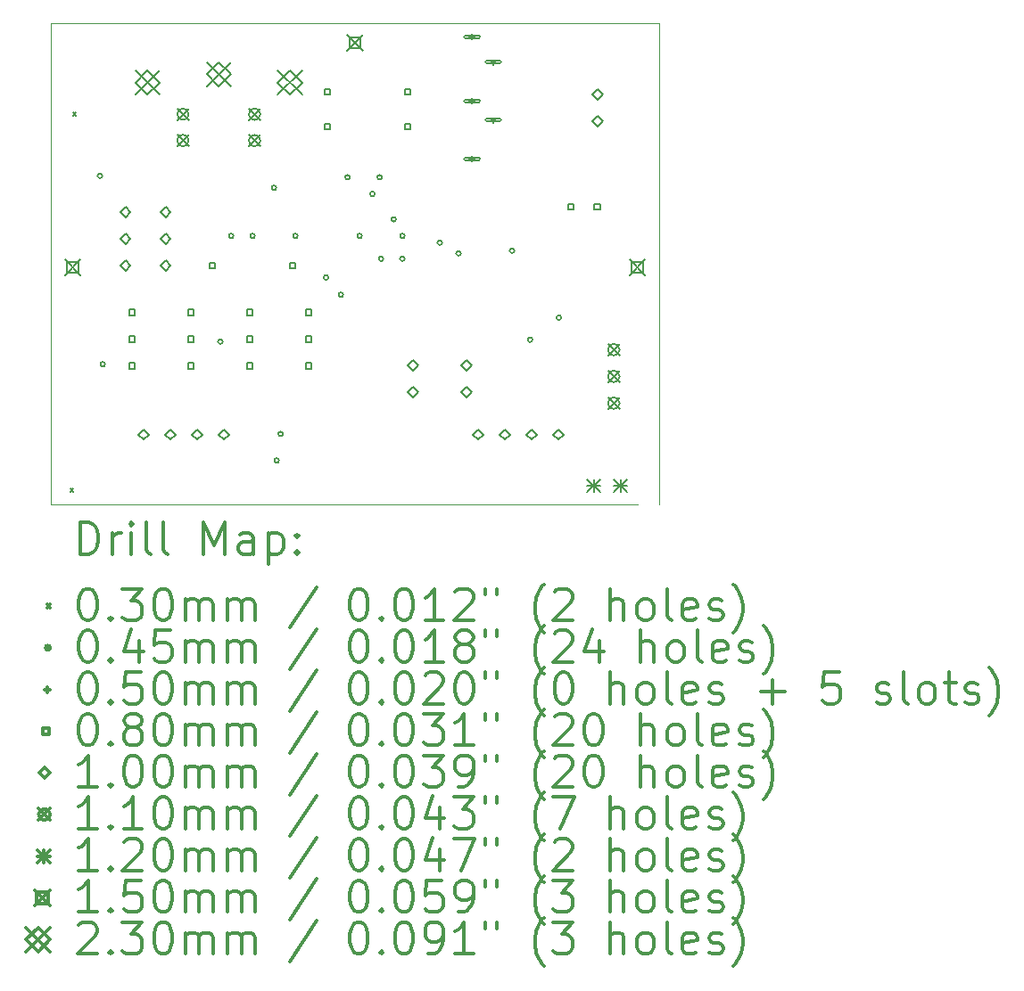
<source format=gbr>
%FSLAX45Y45*%
G04 Gerber Fmt 4.5, Leading zero omitted, Abs format (unit mm)*
G04 Created by KiCad (PCBNEW (5.1.2)-1) date 2020-02-06 13:28:47*
%MOMM*%
%LPD*%
G04 APERTURE LIST*
%ADD10C,0.050000*%
%ADD11C,0.200000*%
%ADD12C,0.300000*%
G04 APERTURE END LIST*
D10*
X5892800Y-7734300D02*
X5892800Y-3162300D01*
X11468100Y-7734300D02*
X5892800Y-7734300D01*
X11671300Y-3162300D02*
X11671300Y-7734300D01*
X5892800Y-3162300D02*
X11671300Y-3162300D01*
D11*
X6081000Y-7579600D02*
X6111000Y-7609600D01*
X6111000Y-7579600D02*
X6081000Y-7609600D01*
X6104800Y-4009300D02*
X6134800Y-4039300D01*
X6134800Y-4009300D02*
X6104800Y-4039300D01*
X6385200Y-4610100D02*
G75*
G03X6385200Y-4610100I-22500J0D01*
G01*
X6410600Y-6400800D02*
G75*
G03X6410600Y-6400800I-22500J0D01*
G01*
X7528200Y-6184900D02*
G75*
G03X7528200Y-6184900I-22500J0D01*
G01*
X7629800Y-5181600D02*
G75*
G03X7629800Y-5181600I-22500J0D01*
G01*
X7833000Y-5181600D02*
G75*
G03X7833000Y-5181600I-22500J0D01*
G01*
X8036200Y-4724400D02*
G75*
G03X8036200Y-4724400I-22500J0D01*
G01*
X8061600Y-7315200D02*
G75*
G03X8061600Y-7315200I-22500J0D01*
G01*
X8099700Y-7061200D02*
G75*
G03X8099700Y-7061200I-22500J0D01*
G01*
X8239400Y-5181600D02*
G75*
G03X8239400Y-5181600I-22500J0D01*
G01*
X8531500Y-5575300D02*
G75*
G03X8531500Y-5575300I-22500J0D01*
G01*
X8671200Y-5740400D02*
G75*
G03X8671200Y-5740400I-22500J0D01*
G01*
X8734700Y-4622800D02*
G75*
G03X8734700Y-4622800I-22500J0D01*
G01*
X8849000Y-5181600D02*
G75*
G03X8849000Y-5181600I-22500J0D01*
G01*
X8970779Y-4782679D02*
G75*
G03X8970779Y-4782679I-22500J0D01*
G01*
X9039500Y-4622800D02*
G75*
G03X9039500Y-4622800I-22500J0D01*
G01*
X9053100Y-5397500D02*
G75*
G03X9053100Y-5397500I-22500J0D01*
G01*
X9172850Y-5022850D02*
G75*
G03X9172850Y-5022850I-22500J0D01*
G01*
X9255400Y-5181600D02*
G75*
G03X9255400Y-5181600I-22500J0D01*
G01*
X9255400Y-5397500D02*
G75*
G03X9255400Y-5397500I-22500J0D01*
G01*
X9611000Y-5245100D02*
G75*
G03X9611000Y-5245100I-22500J0D01*
G01*
X9788800Y-5346700D02*
G75*
G03X9788800Y-5346700I-22500J0D01*
G01*
X10296800Y-5321300D02*
G75*
G03X10296800Y-5321300I-22500J0D01*
G01*
X10467800Y-6166300D02*
G75*
G03X10467800Y-6166300I-22500J0D01*
G01*
X10741750Y-5956750D02*
G75*
G03X10741750Y-5956750I-22500J0D01*
G01*
X9894900Y-3264300D02*
X9894900Y-3314300D01*
X9869900Y-3289300D02*
X9919900Y-3289300D01*
X9832400Y-3304300D02*
X9957400Y-3304300D01*
X9832400Y-3274300D02*
X9957400Y-3274300D01*
X9957400Y-3304300D02*
G75*
G03X9957400Y-3274300I0J15000D01*
G01*
X9832400Y-3274300D02*
G75*
G03X9832400Y-3304300I0J-15000D01*
G01*
X9894900Y-3874300D02*
X9894900Y-3924300D01*
X9869900Y-3899300D02*
X9919900Y-3899300D01*
X9832400Y-3914300D02*
X9957400Y-3914300D01*
X9832400Y-3884300D02*
X9957400Y-3884300D01*
X9957400Y-3914300D02*
G75*
G03X9957400Y-3884300I0J15000D01*
G01*
X9832400Y-3884300D02*
G75*
G03X9832400Y-3914300I0J-15000D01*
G01*
X9894900Y-4424300D02*
X9894900Y-4474300D01*
X9869900Y-4449300D02*
X9919900Y-4449300D01*
X9832400Y-4464300D02*
X9957400Y-4464300D01*
X9832400Y-4434300D02*
X9957400Y-4434300D01*
X9957400Y-4464300D02*
G75*
G03X9957400Y-4434300I0J15000D01*
G01*
X9832400Y-4434300D02*
G75*
G03X9832400Y-4464300I0J-15000D01*
G01*
X10094900Y-3504300D02*
X10094900Y-3554300D01*
X10069900Y-3529300D02*
X10119900Y-3529300D01*
X10032400Y-3544300D02*
X10157400Y-3544300D01*
X10032400Y-3514300D02*
X10157400Y-3514300D01*
X10157400Y-3544300D02*
G75*
G03X10157400Y-3514300I0J15000D01*
G01*
X10032400Y-3514300D02*
G75*
G03X10032400Y-3544300I0J-15000D01*
G01*
X10094900Y-4054300D02*
X10094900Y-4104300D01*
X10069900Y-4079300D02*
X10119900Y-4079300D01*
X10032400Y-4094300D02*
X10157400Y-4094300D01*
X10032400Y-4064300D02*
X10157400Y-4064300D01*
X10157400Y-4094300D02*
G75*
G03X10157400Y-4064300I0J15000D01*
G01*
X10032400Y-4064300D02*
G75*
G03X10032400Y-4094300I0J-15000D01*
G01*
X8549985Y-3838284D02*
X8549985Y-3781715D01*
X8493416Y-3781715D01*
X8493416Y-3838284D01*
X8549985Y-3838284D01*
X9311985Y-3838284D02*
X9311985Y-3781715D01*
X9255416Y-3781715D01*
X9255416Y-3838284D01*
X9311985Y-3838284D01*
X6695784Y-5933784D02*
X6695784Y-5877215D01*
X6639215Y-5877215D01*
X6639215Y-5933784D01*
X6695784Y-5933784D01*
X6695784Y-6187784D02*
X6695784Y-6131215D01*
X6639215Y-6131215D01*
X6639215Y-6187784D01*
X6695784Y-6187784D01*
X6695784Y-6441784D02*
X6695784Y-6385215D01*
X6639215Y-6385215D01*
X6639215Y-6441784D01*
X6695784Y-6441784D01*
X8549985Y-4168484D02*
X8549985Y-4111915D01*
X8493416Y-4111915D01*
X8493416Y-4168484D01*
X8549985Y-4168484D01*
X9311985Y-4168484D02*
X9311985Y-4111915D01*
X9255416Y-4111915D01*
X9255416Y-4168484D01*
X9311985Y-4168484D01*
X8372184Y-5933784D02*
X8372184Y-5877215D01*
X8315615Y-5877215D01*
X8315615Y-5933784D01*
X8372184Y-5933784D01*
X8372184Y-6187784D02*
X8372184Y-6131215D01*
X8315615Y-6131215D01*
X8315615Y-6187784D01*
X8372184Y-6187784D01*
X8372184Y-6441784D02*
X8372184Y-6385215D01*
X8315615Y-6385215D01*
X8315615Y-6441784D01*
X8372184Y-6441784D01*
X7813384Y-5933784D02*
X7813384Y-5877215D01*
X7756815Y-5877215D01*
X7756815Y-5933784D01*
X7813384Y-5933784D01*
X7813384Y-6187784D02*
X7813384Y-6131215D01*
X7756815Y-6131215D01*
X7756815Y-6187784D01*
X7813384Y-6187784D01*
X7813384Y-6441784D02*
X7813384Y-6385215D01*
X7756815Y-6385215D01*
X7756815Y-6441784D01*
X7813384Y-6441784D01*
X7457784Y-5489285D02*
X7457784Y-5432716D01*
X7401215Y-5432716D01*
X7401215Y-5489285D01*
X7457784Y-5489285D01*
X8219784Y-5489285D02*
X8219784Y-5432716D01*
X8163215Y-5432716D01*
X8163215Y-5489285D01*
X8219784Y-5489285D01*
X7254584Y-5933784D02*
X7254584Y-5877215D01*
X7198015Y-5877215D01*
X7198015Y-5933784D01*
X7254584Y-5933784D01*
X7254584Y-6187784D02*
X7254584Y-6131215D01*
X7198015Y-6131215D01*
X7198015Y-6187784D01*
X7254584Y-6187784D01*
X7254584Y-6441784D02*
X7254584Y-6385215D01*
X7198015Y-6385215D01*
X7198015Y-6441784D01*
X7254584Y-6441784D01*
X10861385Y-4930485D02*
X10861385Y-4873916D01*
X10804816Y-4873916D01*
X10804816Y-4930485D01*
X10861385Y-4930485D01*
X11111385Y-4930485D02*
X11111385Y-4873916D01*
X11054816Y-4873916D01*
X11054816Y-4930485D01*
X11111385Y-4930485D01*
X6775100Y-7117200D02*
X6825100Y-7067200D01*
X6775100Y-7017200D01*
X6725100Y-7067200D01*
X6775100Y-7117200D01*
X7029100Y-7117200D02*
X7079100Y-7067200D01*
X7029100Y-7017200D01*
X6979100Y-7067200D01*
X7029100Y-7117200D01*
X7283100Y-7117200D02*
X7333100Y-7067200D01*
X7283100Y-7017200D01*
X7233100Y-7067200D01*
X7283100Y-7117200D01*
X7537100Y-7117200D02*
X7587100Y-7067200D01*
X7537100Y-7017200D01*
X7487100Y-7067200D01*
X7537100Y-7117200D01*
X9955180Y-7117200D02*
X10005180Y-7067200D01*
X9955180Y-7017200D01*
X9905180Y-7067200D01*
X9955180Y-7117200D01*
X10209180Y-7117200D02*
X10259180Y-7067200D01*
X10209180Y-7017200D01*
X10159180Y-7067200D01*
X10209180Y-7117200D01*
X10463180Y-7117200D02*
X10513180Y-7067200D01*
X10463180Y-7017200D01*
X10413180Y-7067200D01*
X10463180Y-7117200D01*
X10717180Y-7117200D02*
X10767180Y-7067200D01*
X10717180Y-7017200D01*
X10667180Y-7067200D01*
X10717180Y-7117200D01*
X6985000Y-5003000D02*
X7035000Y-4953000D01*
X6985000Y-4903000D01*
X6935000Y-4953000D01*
X6985000Y-5003000D01*
X6985000Y-5257000D02*
X7035000Y-5207000D01*
X6985000Y-5157000D01*
X6935000Y-5207000D01*
X6985000Y-5257000D01*
X6985000Y-5511000D02*
X7035000Y-5461000D01*
X6985000Y-5411000D01*
X6935000Y-5461000D01*
X6985000Y-5511000D01*
X9842500Y-6463500D02*
X9892500Y-6413500D01*
X9842500Y-6363500D01*
X9792500Y-6413500D01*
X9842500Y-6463500D01*
X9842500Y-6717500D02*
X9892500Y-6667500D01*
X9842500Y-6617500D01*
X9792500Y-6667500D01*
X9842500Y-6717500D01*
X6604000Y-5003000D02*
X6654000Y-4953000D01*
X6604000Y-4903000D01*
X6554000Y-4953000D01*
X6604000Y-5003000D01*
X6604000Y-5257000D02*
X6654000Y-5207000D01*
X6604000Y-5157000D01*
X6554000Y-5207000D01*
X6604000Y-5257000D01*
X6604000Y-5511000D02*
X6654000Y-5461000D01*
X6604000Y-5411000D01*
X6554000Y-5461000D01*
X6604000Y-5511000D01*
X9334500Y-6463500D02*
X9384500Y-6413500D01*
X9334500Y-6363500D01*
X9284500Y-6413500D01*
X9334500Y-6463500D01*
X9334500Y-6717500D02*
X9384500Y-6667500D01*
X9334500Y-6617500D01*
X9284500Y-6667500D01*
X9334500Y-6717500D01*
X11087100Y-3885400D02*
X11137100Y-3835400D01*
X11087100Y-3785400D01*
X11037100Y-3835400D01*
X11087100Y-3885400D01*
X11087100Y-4139400D02*
X11137100Y-4089400D01*
X11087100Y-4039400D01*
X11037100Y-4089400D01*
X11087100Y-4139400D01*
X7094800Y-3969300D02*
X7204800Y-4079300D01*
X7204800Y-3969300D02*
X7094800Y-4079300D01*
X7204800Y-4024300D02*
G75*
G03X7204800Y-4024300I-55000J0D01*
G01*
X7094800Y-4219300D02*
X7204800Y-4329300D01*
X7204800Y-4219300D02*
X7094800Y-4329300D01*
X7204800Y-4274300D02*
G75*
G03X7204800Y-4274300I-55000J0D01*
G01*
X7774800Y-3969300D02*
X7884800Y-4079300D01*
X7884800Y-3969300D02*
X7774800Y-4079300D01*
X7884800Y-4024300D02*
G75*
G03X7884800Y-4024300I-55000J0D01*
G01*
X7774800Y-4219300D02*
X7884800Y-4329300D01*
X7884800Y-4219300D02*
X7774800Y-4329300D01*
X7884800Y-4274300D02*
G75*
G03X7884800Y-4274300I-55000J0D01*
G01*
X11184500Y-6206100D02*
X11294500Y-6316100D01*
X11294500Y-6206100D02*
X11184500Y-6316100D01*
X11294500Y-6261100D02*
G75*
G03X11294500Y-6261100I-55000J0D01*
G01*
X11184500Y-6460100D02*
X11294500Y-6570100D01*
X11294500Y-6460100D02*
X11184500Y-6570100D01*
X11294500Y-6515100D02*
G75*
G03X11294500Y-6515100I-55000J0D01*
G01*
X11184500Y-6714100D02*
X11294500Y-6824100D01*
X11294500Y-6714100D02*
X11184500Y-6824100D01*
X11294500Y-6769100D02*
G75*
G03X11294500Y-6769100I-55000J0D01*
G01*
X10989000Y-7496500D02*
X11109000Y-7616500D01*
X11109000Y-7496500D02*
X10989000Y-7616500D01*
X11049000Y-7496500D02*
X11049000Y-7616500D01*
X10989000Y-7556500D02*
X11109000Y-7556500D01*
X11243000Y-7496500D02*
X11363000Y-7616500D01*
X11363000Y-7496500D02*
X11243000Y-7616500D01*
X11303000Y-7496500D02*
X11303000Y-7616500D01*
X11243000Y-7556500D02*
X11363000Y-7556500D01*
X6029540Y-5404700D02*
X6179540Y-5554700D01*
X6179540Y-5404700D02*
X6029540Y-5554700D01*
X6157574Y-5532734D02*
X6157574Y-5426667D01*
X6051507Y-5426667D01*
X6051507Y-5532734D01*
X6157574Y-5532734D01*
X8706700Y-3271100D02*
X8856700Y-3421100D01*
X8856700Y-3271100D02*
X8706700Y-3421100D01*
X8834734Y-3399134D02*
X8834734Y-3293067D01*
X8728667Y-3293067D01*
X8728667Y-3399134D01*
X8834734Y-3399134D01*
X11388280Y-5404700D02*
X11538280Y-5554700D01*
X11538280Y-5404700D02*
X11388280Y-5554700D01*
X11516314Y-5532734D02*
X11516314Y-5426667D01*
X11410247Y-5426667D01*
X11410247Y-5532734D01*
X11516314Y-5532734D01*
X6699800Y-3609300D02*
X6929800Y-3839300D01*
X6929800Y-3609300D02*
X6699800Y-3839300D01*
X6814800Y-3839300D02*
X6929800Y-3724300D01*
X6814800Y-3609300D01*
X6699800Y-3724300D01*
X6814800Y-3839300D01*
X7374800Y-3529300D02*
X7604800Y-3759300D01*
X7604800Y-3529300D02*
X7374800Y-3759300D01*
X7489800Y-3759300D02*
X7604800Y-3644300D01*
X7489800Y-3529300D01*
X7374800Y-3644300D01*
X7489800Y-3759300D01*
X8049800Y-3609300D02*
X8279800Y-3839300D01*
X8279800Y-3609300D02*
X8049800Y-3839300D01*
X8164800Y-3839300D02*
X8279800Y-3724300D01*
X8164800Y-3609300D01*
X8049800Y-3724300D01*
X8164800Y-3839300D01*
D12*
X6176728Y-8202514D02*
X6176728Y-7902514D01*
X6248157Y-7902514D01*
X6291014Y-7916800D01*
X6319586Y-7945371D01*
X6333871Y-7973943D01*
X6348157Y-8031086D01*
X6348157Y-8073943D01*
X6333871Y-8131086D01*
X6319586Y-8159657D01*
X6291014Y-8188229D01*
X6248157Y-8202514D01*
X6176728Y-8202514D01*
X6476728Y-8202514D02*
X6476728Y-8002514D01*
X6476728Y-8059657D02*
X6491014Y-8031086D01*
X6505300Y-8016800D01*
X6533871Y-8002514D01*
X6562443Y-8002514D01*
X6662443Y-8202514D02*
X6662443Y-8002514D01*
X6662443Y-7902514D02*
X6648157Y-7916800D01*
X6662443Y-7931086D01*
X6676728Y-7916800D01*
X6662443Y-7902514D01*
X6662443Y-7931086D01*
X6848157Y-8202514D02*
X6819586Y-8188229D01*
X6805300Y-8159657D01*
X6805300Y-7902514D01*
X7005300Y-8202514D02*
X6976728Y-8188229D01*
X6962443Y-8159657D01*
X6962443Y-7902514D01*
X7348157Y-8202514D02*
X7348157Y-7902514D01*
X7448157Y-8116800D01*
X7548157Y-7902514D01*
X7548157Y-8202514D01*
X7819586Y-8202514D02*
X7819586Y-8045371D01*
X7805300Y-8016800D01*
X7776728Y-8002514D01*
X7719586Y-8002514D01*
X7691014Y-8016800D01*
X7819586Y-8188229D02*
X7791014Y-8202514D01*
X7719586Y-8202514D01*
X7691014Y-8188229D01*
X7676728Y-8159657D01*
X7676728Y-8131086D01*
X7691014Y-8102514D01*
X7719586Y-8088229D01*
X7791014Y-8088229D01*
X7819586Y-8073943D01*
X7962443Y-8002514D02*
X7962443Y-8302514D01*
X7962443Y-8016800D02*
X7991014Y-8002514D01*
X8048157Y-8002514D01*
X8076728Y-8016800D01*
X8091014Y-8031086D01*
X8105300Y-8059657D01*
X8105300Y-8145371D01*
X8091014Y-8173943D01*
X8076728Y-8188229D01*
X8048157Y-8202514D01*
X7991014Y-8202514D01*
X7962443Y-8188229D01*
X8233871Y-8173943D02*
X8248157Y-8188229D01*
X8233871Y-8202514D01*
X8219586Y-8188229D01*
X8233871Y-8173943D01*
X8233871Y-8202514D01*
X8233871Y-8016800D02*
X8248157Y-8031086D01*
X8233871Y-8045371D01*
X8219586Y-8031086D01*
X8233871Y-8016800D01*
X8233871Y-8045371D01*
X5860300Y-8681800D02*
X5890300Y-8711800D01*
X5890300Y-8681800D02*
X5860300Y-8711800D01*
X6233871Y-8532514D02*
X6262443Y-8532514D01*
X6291014Y-8546800D01*
X6305300Y-8561086D01*
X6319586Y-8589657D01*
X6333871Y-8646800D01*
X6333871Y-8718229D01*
X6319586Y-8775372D01*
X6305300Y-8803943D01*
X6291014Y-8818229D01*
X6262443Y-8832514D01*
X6233871Y-8832514D01*
X6205300Y-8818229D01*
X6191014Y-8803943D01*
X6176728Y-8775372D01*
X6162443Y-8718229D01*
X6162443Y-8646800D01*
X6176728Y-8589657D01*
X6191014Y-8561086D01*
X6205300Y-8546800D01*
X6233871Y-8532514D01*
X6462443Y-8803943D02*
X6476728Y-8818229D01*
X6462443Y-8832514D01*
X6448157Y-8818229D01*
X6462443Y-8803943D01*
X6462443Y-8832514D01*
X6576728Y-8532514D02*
X6762443Y-8532514D01*
X6662443Y-8646800D01*
X6705300Y-8646800D01*
X6733871Y-8661086D01*
X6748157Y-8675372D01*
X6762443Y-8703943D01*
X6762443Y-8775372D01*
X6748157Y-8803943D01*
X6733871Y-8818229D01*
X6705300Y-8832514D01*
X6619586Y-8832514D01*
X6591014Y-8818229D01*
X6576728Y-8803943D01*
X6948157Y-8532514D02*
X6976728Y-8532514D01*
X7005300Y-8546800D01*
X7019586Y-8561086D01*
X7033871Y-8589657D01*
X7048157Y-8646800D01*
X7048157Y-8718229D01*
X7033871Y-8775372D01*
X7019586Y-8803943D01*
X7005300Y-8818229D01*
X6976728Y-8832514D01*
X6948157Y-8832514D01*
X6919586Y-8818229D01*
X6905300Y-8803943D01*
X6891014Y-8775372D01*
X6876728Y-8718229D01*
X6876728Y-8646800D01*
X6891014Y-8589657D01*
X6905300Y-8561086D01*
X6919586Y-8546800D01*
X6948157Y-8532514D01*
X7176728Y-8832514D02*
X7176728Y-8632514D01*
X7176728Y-8661086D02*
X7191014Y-8646800D01*
X7219586Y-8632514D01*
X7262443Y-8632514D01*
X7291014Y-8646800D01*
X7305300Y-8675372D01*
X7305300Y-8832514D01*
X7305300Y-8675372D02*
X7319586Y-8646800D01*
X7348157Y-8632514D01*
X7391014Y-8632514D01*
X7419586Y-8646800D01*
X7433871Y-8675372D01*
X7433871Y-8832514D01*
X7576728Y-8832514D02*
X7576728Y-8632514D01*
X7576728Y-8661086D02*
X7591014Y-8646800D01*
X7619586Y-8632514D01*
X7662443Y-8632514D01*
X7691014Y-8646800D01*
X7705300Y-8675372D01*
X7705300Y-8832514D01*
X7705300Y-8675372D02*
X7719586Y-8646800D01*
X7748157Y-8632514D01*
X7791014Y-8632514D01*
X7819586Y-8646800D01*
X7833871Y-8675372D01*
X7833871Y-8832514D01*
X8419586Y-8518229D02*
X8162443Y-8903943D01*
X8805300Y-8532514D02*
X8833871Y-8532514D01*
X8862443Y-8546800D01*
X8876728Y-8561086D01*
X8891014Y-8589657D01*
X8905300Y-8646800D01*
X8905300Y-8718229D01*
X8891014Y-8775372D01*
X8876728Y-8803943D01*
X8862443Y-8818229D01*
X8833871Y-8832514D01*
X8805300Y-8832514D01*
X8776728Y-8818229D01*
X8762443Y-8803943D01*
X8748157Y-8775372D01*
X8733871Y-8718229D01*
X8733871Y-8646800D01*
X8748157Y-8589657D01*
X8762443Y-8561086D01*
X8776728Y-8546800D01*
X8805300Y-8532514D01*
X9033871Y-8803943D02*
X9048157Y-8818229D01*
X9033871Y-8832514D01*
X9019586Y-8818229D01*
X9033871Y-8803943D01*
X9033871Y-8832514D01*
X9233871Y-8532514D02*
X9262443Y-8532514D01*
X9291014Y-8546800D01*
X9305300Y-8561086D01*
X9319586Y-8589657D01*
X9333871Y-8646800D01*
X9333871Y-8718229D01*
X9319586Y-8775372D01*
X9305300Y-8803943D01*
X9291014Y-8818229D01*
X9262443Y-8832514D01*
X9233871Y-8832514D01*
X9205300Y-8818229D01*
X9191014Y-8803943D01*
X9176728Y-8775372D01*
X9162443Y-8718229D01*
X9162443Y-8646800D01*
X9176728Y-8589657D01*
X9191014Y-8561086D01*
X9205300Y-8546800D01*
X9233871Y-8532514D01*
X9619586Y-8832514D02*
X9448157Y-8832514D01*
X9533871Y-8832514D02*
X9533871Y-8532514D01*
X9505300Y-8575372D01*
X9476728Y-8603943D01*
X9448157Y-8618229D01*
X9733871Y-8561086D02*
X9748157Y-8546800D01*
X9776728Y-8532514D01*
X9848157Y-8532514D01*
X9876728Y-8546800D01*
X9891014Y-8561086D01*
X9905300Y-8589657D01*
X9905300Y-8618229D01*
X9891014Y-8661086D01*
X9719586Y-8832514D01*
X9905300Y-8832514D01*
X10019586Y-8532514D02*
X10019586Y-8589657D01*
X10133871Y-8532514D02*
X10133871Y-8589657D01*
X10576728Y-8946800D02*
X10562443Y-8932514D01*
X10533871Y-8889657D01*
X10519586Y-8861086D01*
X10505300Y-8818229D01*
X10491014Y-8746800D01*
X10491014Y-8689657D01*
X10505300Y-8618229D01*
X10519586Y-8575372D01*
X10533871Y-8546800D01*
X10562443Y-8503943D01*
X10576728Y-8489657D01*
X10676728Y-8561086D02*
X10691014Y-8546800D01*
X10719586Y-8532514D01*
X10791014Y-8532514D01*
X10819586Y-8546800D01*
X10833871Y-8561086D01*
X10848157Y-8589657D01*
X10848157Y-8618229D01*
X10833871Y-8661086D01*
X10662443Y-8832514D01*
X10848157Y-8832514D01*
X11205300Y-8832514D02*
X11205300Y-8532514D01*
X11333871Y-8832514D02*
X11333871Y-8675372D01*
X11319586Y-8646800D01*
X11291014Y-8632514D01*
X11248157Y-8632514D01*
X11219586Y-8646800D01*
X11205300Y-8661086D01*
X11519586Y-8832514D02*
X11491014Y-8818229D01*
X11476728Y-8803943D01*
X11462443Y-8775372D01*
X11462443Y-8689657D01*
X11476728Y-8661086D01*
X11491014Y-8646800D01*
X11519586Y-8632514D01*
X11562443Y-8632514D01*
X11591014Y-8646800D01*
X11605300Y-8661086D01*
X11619586Y-8689657D01*
X11619586Y-8775372D01*
X11605300Y-8803943D01*
X11591014Y-8818229D01*
X11562443Y-8832514D01*
X11519586Y-8832514D01*
X11791014Y-8832514D02*
X11762443Y-8818229D01*
X11748157Y-8789657D01*
X11748157Y-8532514D01*
X12019586Y-8818229D02*
X11991014Y-8832514D01*
X11933871Y-8832514D01*
X11905300Y-8818229D01*
X11891014Y-8789657D01*
X11891014Y-8675372D01*
X11905300Y-8646800D01*
X11933871Y-8632514D01*
X11991014Y-8632514D01*
X12019586Y-8646800D01*
X12033871Y-8675372D01*
X12033871Y-8703943D01*
X11891014Y-8732514D01*
X12148157Y-8818229D02*
X12176728Y-8832514D01*
X12233871Y-8832514D01*
X12262443Y-8818229D01*
X12276728Y-8789657D01*
X12276728Y-8775372D01*
X12262443Y-8746800D01*
X12233871Y-8732514D01*
X12191014Y-8732514D01*
X12162443Y-8718229D01*
X12148157Y-8689657D01*
X12148157Y-8675372D01*
X12162443Y-8646800D01*
X12191014Y-8632514D01*
X12233871Y-8632514D01*
X12262443Y-8646800D01*
X12376728Y-8946800D02*
X12391014Y-8932514D01*
X12419586Y-8889657D01*
X12433871Y-8861086D01*
X12448157Y-8818229D01*
X12462443Y-8746800D01*
X12462443Y-8689657D01*
X12448157Y-8618229D01*
X12433871Y-8575372D01*
X12419586Y-8546800D01*
X12391014Y-8503943D01*
X12376728Y-8489657D01*
X5890300Y-9092800D02*
G75*
G03X5890300Y-9092800I-22500J0D01*
G01*
X6233871Y-8928514D02*
X6262443Y-8928514D01*
X6291014Y-8942800D01*
X6305300Y-8957086D01*
X6319586Y-8985657D01*
X6333871Y-9042800D01*
X6333871Y-9114229D01*
X6319586Y-9171372D01*
X6305300Y-9199943D01*
X6291014Y-9214229D01*
X6262443Y-9228514D01*
X6233871Y-9228514D01*
X6205300Y-9214229D01*
X6191014Y-9199943D01*
X6176728Y-9171372D01*
X6162443Y-9114229D01*
X6162443Y-9042800D01*
X6176728Y-8985657D01*
X6191014Y-8957086D01*
X6205300Y-8942800D01*
X6233871Y-8928514D01*
X6462443Y-9199943D02*
X6476728Y-9214229D01*
X6462443Y-9228514D01*
X6448157Y-9214229D01*
X6462443Y-9199943D01*
X6462443Y-9228514D01*
X6733871Y-9028514D02*
X6733871Y-9228514D01*
X6662443Y-8914229D02*
X6591014Y-9128514D01*
X6776728Y-9128514D01*
X7033871Y-8928514D02*
X6891014Y-8928514D01*
X6876728Y-9071372D01*
X6891014Y-9057086D01*
X6919586Y-9042800D01*
X6991014Y-9042800D01*
X7019586Y-9057086D01*
X7033871Y-9071372D01*
X7048157Y-9099943D01*
X7048157Y-9171372D01*
X7033871Y-9199943D01*
X7019586Y-9214229D01*
X6991014Y-9228514D01*
X6919586Y-9228514D01*
X6891014Y-9214229D01*
X6876728Y-9199943D01*
X7176728Y-9228514D02*
X7176728Y-9028514D01*
X7176728Y-9057086D02*
X7191014Y-9042800D01*
X7219586Y-9028514D01*
X7262443Y-9028514D01*
X7291014Y-9042800D01*
X7305300Y-9071372D01*
X7305300Y-9228514D01*
X7305300Y-9071372D02*
X7319586Y-9042800D01*
X7348157Y-9028514D01*
X7391014Y-9028514D01*
X7419586Y-9042800D01*
X7433871Y-9071372D01*
X7433871Y-9228514D01*
X7576728Y-9228514D02*
X7576728Y-9028514D01*
X7576728Y-9057086D02*
X7591014Y-9042800D01*
X7619586Y-9028514D01*
X7662443Y-9028514D01*
X7691014Y-9042800D01*
X7705300Y-9071372D01*
X7705300Y-9228514D01*
X7705300Y-9071372D02*
X7719586Y-9042800D01*
X7748157Y-9028514D01*
X7791014Y-9028514D01*
X7819586Y-9042800D01*
X7833871Y-9071372D01*
X7833871Y-9228514D01*
X8419586Y-8914229D02*
X8162443Y-9299943D01*
X8805300Y-8928514D02*
X8833871Y-8928514D01*
X8862443Y-8942800D01*
X8876728Y-8957086D01*
X8891014Y-8985657D01*
X8905300Y-9042800D01*
X8905300Y-9114229D01*
X8891014Y-9171372D01*
X8876728Y-9199943D01*
X8862443Y-9214229D01*
X8833871Y-9228514D01*
X8805300Y-9228514D01*
X8776728Y-9214229D01*
X8762443Y-9199943D01*
X8748157Y-9171372D01*
X8733871Y-9114229D01*
X8733871Y-9042800D01*
X8748157Y-8985657D01*
X8762443Y-8957086D01*
X8776728Y-8942800D01*
X8805300Y-8928514D01*
X9033871Y-9199943D02*
X9048157Y-9214229D01*
X9033871Y-9228514D01*
X9019586Y-9214229D01*
X9033871Y-9199943D01*
X9033871Y-9228514D01*
X9233871Y-8928514D02*
X9262443Y-8928514D01*
X9291014Y-8942800D01*
X9305300Y-8957086D01*
X9319586Y-8985657D01*
X9333871Y-9042800D01*
X9333871Y-9114229D01*
X9319586Y-9171372D01*
X9305300Y-9199943D01*
X9291014Y-9214229D01*
X9262443Y-9228514D01*
X9233871Y-9228514D01*
X9205300Y-9214229D01*
X9191014Y-9199943D01*
X9176728Y-9171372D01*
X9162443Y-9114229D01*
X9162443Y-9042800D01*
X9176728Y-8985657D01*
X9191014Y-8957086D01*
X9205300Y-8942800D01*
X9233871Y-8928514D01*
X9619586Y-9228514D02*
X9448157Y-9228514D01*
X9533871Y-9228514D02*
X9533871Y-8928514D01*
X9505300Y-8971372D01*
X9476728Y-8999943D01*
X9448157Y-9014229D01*
X9791014Y-9057086D02*
X9762443Y-9042800D01*
X9748157Y-9028514D01*
X9733871Y-8999943D01*
X9733871Y-8985657D01*
X9748157Y-8957086D01*
X9762443Y-8942800D01*
X9791014Y-8928514D01*
X9848157Y-8928514D01*
X9876728Y-8942800D01*
X9891014Y-8957086D01*
X9905300Y-8985657D01*
X9905300Y-8999943D01*
X9891014Y-9028514D01*
X9876728Y-9042800D01*
X9848157Y-9057086D01*
X9791014Y-9057086D01*
X9762443Y-9071372D01*
X9748157Y-9085657D01*
X9733871Y-9114229D01*
X9733871Y-9171372D01*
X9748157Y-9199943D01*
X9762443Y-9214229D01*
X9791014Y-9228514D01*
X9848157Y-9228514D01*
X9876728Y-9214229D01*
X9891014Y-9199943D01*
X9905300Y-9171372D01*
X9905300Y-9114229D01*
X9891014Y-9085657D01*
X9876728Y-9071372D01*
X9848157Y-9057086D01*
X10019586Y-8928514D02*
X10019586Y-8985657D01*
X10133871Y-8928514D02*
X10133871Y-8985657D01*
X10576728Y-9342800D02*
X10562443Y-9328514D01*
X10533871Y-9285657D01*
X10519586Y-9257086D01*
X10505300Y-9214229D01*
X10491014Y-9142800D01*
X10491014Y-9085657D01*
X10505300Y-9014229D01*
X10519586Y-8971372D01*
X10533871Y-8942800D01*
X10562443Y-8899943D01*
X10576728Y-8885657D01*
X10676728Y-8957086D02*
X10691014Y-8942800D01*
X10719586Y-8928514D01*
X10791014Y-8928514D01*
X10819586Y-8942800D01*
X10833871Y-8957086D01*
X10848157Y-8985657D01*
X10848157Y-9014229D01*
X10833871Y-9057086D01*
X10662443Y-9228514D01*
X10848157Y-9228514D01*
X11105300Y-9028514D02*
X11105300Y-9228514D01*
X11033871Y-8914229D02*
X10962443Y-9128514D01*
X11148157Y-9128514D01*
X11491014Y-9228514D02*
X11491014Y-8928514D01*
X11619586Y-9228514D02*
X11619586Y-9071372D01*
X11605300Y-9042800D01*
X11576728Y-9028514D01*
X11533871Y-9028514D01*
X11505300Y-9042800D01*
X11491014Y-9057086D01*
X11805300Y-9228514D02*
X11776728Y-9214229D01*
X11762443Y-9199943D01*
X11748157Y-9171372D01*
X11748157Y-9085657D01*
X11762443Y-9057086D01*
X11776728Y-9042800D01*
X11805300Y-9028514D01*
X11848157Y-9028514D01*
X11876728Y-9042800D01*
X11891014Y-9057086D01*
X11905300Y-9085657D01*
X11905300Y-9171372D01*
X11891014Y-9199943D01*
X11876728Y-9214229D01*
X11848157Y-9228514D01*
X11805300Y-9228514D01*
X12076728Y-9228514D02*
X12048157Y-9214229D01*
X12033871Y-9185657D01*
X12033871Y-8928514D01*
X12305300Y-9214229D02*
X12276728Y-9228514D01*
X12219586Y-9228514D01*
X12191014Y-9214229D01*
X12176728Y-9185657D01*
X12176728Y-9071372D01*
X12191014Y-9042800D01*
X12219586Y-9028514D01*
X12276728Y-9028514D01*
X12305300Y-9042800D01*
X12319586Y-9071372D01*
X12319586Y-9099943D01*
X12176728Y-9128514D01*
X12433871Y-9214229D02*
X12462443Y-9228514D01*
X12519586Y-9228514D01*
X12548157Y-9214229D01*
X12562443Y-9185657D01*
X12562443Y-9171372D01*
X12548157Y-9142800D01*
X12519586Y-9128514D01*
X12476728Y-9128514D01*
X12448157Y-9114229D01*
X12433871Y-9085657D01*
X12433871Y-9071372D01*
X12448157Y-9042800D01*
X12476728Y-9028514D01*
X12519586Y-9028514D01*
X12548157Y-9042800D01*
X12662443Y-9342800D02*
X12676728Y-9328514D01*
X12705300Y-9285657D01*
X12719586Y-9257086D01*
X12733871Y-9214229D01*
X12748157Y-9142800D01*
X12748157Y-9085657D01*
X12733871Y-9014229D01*
X12719586Y-8971372D01*
X12705300Y-8942800D01*
X12676728Y-8899943D01*
X12662443Y-8885657D01*
X5865300Y-9463800D02*
X5865300Y-9513800D01*
X5840300Y-9488800D02*
X5890300Y-9488800D01*
X6233871Y-9324514D02*
X6262443Y-9324514D01*
X6291014Y-9338800D01*
X6305300Y-9353086D01*
X6319586Y-9381657D01*
X6333871Y-9438800D01*
X6333871Y-9510229D01*
X6319586Y-9567372D01*
X6305300Y-9595943D01*
X6291014Y-9610229D01*
X6262443Y-9624514D01*
X6233871Y-9624514D01*
X6205300Y-9610229D01*
X6191014Y-9595943D01*
X6176728Y-9567372D01*
X6162443Y-9510229D01*
X6162443Y-9438800D01*
X6176728Y-9381657D01*
X6191014Y-9353086D01*
X6205300Y-9338800D01*
X6233871Y-9324514D01*
X6462443Y-9595943D02*
X6476728Y-9610229D01*
X6462443Y-9624514D01*
X6448157Y-9610229D01*
X6462443Y-9595943D01*
X6462443Y-9624514D01*
X6748157Y-9324514D02*
X6605300Y-9324514D01*
X6591014Y-9467372D01*
X6605300Y-9453086D01*
X6633871Y-9438800D01*
X6705300Y-9438800D01*
X6733871Y-9453086D01*
X6748157Y-9467372D01*
X6762443Y-9495943D01*
X6762443Y-9567372D01*
X6748157Y-9595943D01*
X6733871Y-9610229D01*
X6705300Y-9624514D01*
X6633871Y-9624514D01*
X6605300Y-9610229D01*
X6591014Y-9595943D01*
X6948157Y-9324514D02*
X6976728Y-9324514D01*
X7005300Y-9338800D01*
X7019586Y-9353086D01*
X7033871Y-9381657D01*
X7048157Y-9438800D01*
X7048157Y-9510229D01*
X7033871Y-9567372D01*
X7019586Y-9595943D01*
X7005300Y-9610229D01*
X6976728Y-9624514D01*
X6948157Y-9624514D01*
X6919586Y-9610229D01*
X6905300Y-9595943D01*
X6891014Y-9567372D01*
X6876728Y-9510229D01*
X6876728Y-9438800D01*
X6891014Y-9381657D01*
X6905300Y-9353086D01*
X6919586Y-9338800D01*
X6948157Y-9324514D01*
X7176728Y-9624514D02*
X7176728Y-9424514D01*
X7176728Y-9453086D02*
X7191014Y-9438800D01*
X7219586Y-9424514D01*
X7262443Y-9424514D01*
X7291014Y-9438800D01*
X7305300Y-9467372D01*
X7305300Y-9624514D01*
X7305300Y-9467372D02*
X7319586Y-9438800D01*
X7348157Y-9424514D01*
X7391014Y-9424514D01*
X7419586Y-9438800D01*
X7433871Y-9467372D01*
X7433871Y-9624514D01*
X7576728Y-9624514D02*
X7576728Y-9424514D01*
X7576728Y-9453086D02*
X7591014Y-9438800D01*
X7619586Y-9424514D01*
X7662443Y-9424514D01*
X7691014Y-9438800D01*
X7705300Y-9467372D01*
X7705300Y-9624514D01*
X7705300Y-9467372D02*
X7719586Y-9438800D01*
X7748157Y-9424514D01*
X7791014Y-9424514D01*
X7819586Y-9438800D01*
X7833871Y-9467372D01*
X7833871Y-9624514D01*
X8419586Y-9310229D02*
X8162443Y-9695943D01*
X8805300Y-9324514D02*
X8833871Y-9324514D01*
X8862443Y-9338800D01*
X8876728Y-9353086D01*
X8891014Y-9381657D01*
X8905300Y-9438800D01*
X8905300Y-9510229D01*
X8891014Y-9567372D01*
X8876728Y-9595943D01*
X8862443Y-9610229D01*
X8833871Y-9624514D01*
X8805300Y-9624514D01*
X8776728Y-9610229D01*
X8762443Y-9595943D01*
X8748157Y-9567372D01*
X8733871Y-9510229D01*
X8733871Y-9438800D01*
X8748157Y-9381657D01*
X8762443Y-9353086D01*
X8776728Y-9338800D01*
X8805300Y-9324514D01*
X9033871Y-9595943D02*
X9048157Y-9610229D01*
X9033871Y-9624514D01*
X9019586Y-9610229D01*
X9033871Y-9595943D01*
X9033871Y-9624514D01*
X9233871Y-9324514D02*
X9262443Y-9324514D01*
X9291014Y-9338800D01*
X9305300Y-9353086D01*
X9319586Y-9381657D01*
X9333871Y-9438800D01*
X9333871Y-9510229D01*
X9319586Y-9567372D01*
X9305300Y-9595943D01*
X9291014Y-9610229D01*
X9262443Y-9624514D01*
X9233871Y-9624514D01*
X9205300Y-9610229D01*
X9191014Y-9595943D01*
X9176728Y-9567372D01*
X9162443Y-9510229D01*
X9162443Y-9438800D01*
X9176728Y-9381657D01*
X9191014Y-9353086D01*
X9205300Y-9338800D01*
X9233871Y-9324514D01*
X9448157Y-9353086D02*
X9462443Y-9338800D01*
X9491014Y-9324514D01*
X9562443Y-9324514D01*
X9591014Y-9338800D01*
X9605300Y-9353086D01*
X9619586Y-9381657D01*
X9619586Y-9410229D01*
X9605300Y-9453086D01*
X9433871Y-9624514D01*
X9619586Y-9624514D01*
X9805300Y-9324514D02*
X9833871Y-9324514D01*
X9862443Y-9338800D01*
X9876728Y-9353086D01*
X9891014Y-9381657D01*
X9905300Y-9438800D01*
X9905300Y-9510229D01*
X9891014Y-9567372D01*
X9876728Y-9595943D01*
X9862443Y-9610229D01*
X9833871Y-9624514D01*
X9805300Y-9624514D01*
X9776728Y-9610229D01*
X9762443Y-9595943D01*
X9748157Y-9567372D01*
X9733871Y-9510229D01*
X9733871Y-9438800D01*
X9748157Y-9381657D01*
X9762443Y-9353086D01*
X9776728Y-9338800D01*
X9805300Y-9324514D01*
X10019586Y-9324514D02*
X10019586Y-9381657D01*
X10133871Y-9324514D02*
X10133871Y-9381657D01*
X10576728Y-9738800D02*
X10562443Y-9724514D01*
X10533871Y-9681657D01*
X10519586Y-9653086D01*
X10505300Y-9610229D01*
X10491014Y-9538800D01*
X10491014Y-9481657D01*
X10505300Y-9410229D01*
X10519586Y-9367372D01*
X10533871Y-9338800D01*
X10562443Y-9295943D01*
X10576728Y-9281657D01*
X10748157Y-9324514D02*
X10776728Y-9324514D01*
X10805300Y-9338800D01*
X10819586Y-9353086D01*
X10833871Y-9381657D01*
X10848157Y-9438800D01*
X10848157Y-9510229D01*
X10833871Y-9567372D01*
X10819586Y-9595943D01*
X10805300Y-9610229D01*
X10776728Y-9624514D01*
X10748157Y-9624514D01*
X10719586Y-9610229D01*
X10705300Y-9595943D01*
X10691014Y-9567372D01*
X10676728Y-9510229D01*
X10676728Y-9438800D01*
X10691014Y-9381657D01*
X10705300Y-9353086D01*
X10719586Y-9338800D01*
X10748157Y-9324514D01*
X11205300Y-9624514D02*
X11205300Y-9324514D01*
X11333871Y-9624514D02*
X11333871Y-9467372D01*
X11319586Y-9438800D01*
X11291014Y-9424514D01*
X11248157Y-9424514D01*
X11219586Y-9438800D01*
X11205300Y-9453086D01*
X11519586Y-9624514D02*
X11491014Y-9610229D01*
X11476728Y-9595943D01*
X11462443Y-9567372D01*
X11462443Y-9481657D01*
X11476728Y-9453086D01*
X11491014Y-9438800D01*
X11519586Y-9424514D01*
X11562443Y-9424514D01*
X11591014Y-9438800D01*
X11605300Y-9453086D01*
X11619586Y-9481657D01*
X11619586Y-9567372D01*
X11605300Y-9595943D01*
X11591014Y-9610229D01*
X11562443Y-9624514D01*
X11519586Y-9624514D01*
X11791014Y-9624514D02*
X11762443Y-9610229D01*
X11748157Y-9581657D01*
X11748157Y-9324514D01*
X12019586Y-9610229D02*
X11991014Y-9624514D01*
X11933871Y-9624514D01*
X11905300Y-9610229D01*
X11891014Y-9581657D01*
X11891014Y-9467372D01*
X11905300Y-9438800D01*
X11933871Y-9424514D01*
X11991014Y-9424514D01*
X12019586Y-9438800D01*
X12033871Y-9467372D01*
X12033871Y-9495943D01*
X11891014Y-9524514D01*
X12148157Y-9610229D02*
X12176728Y-9624514D01*
X12233871Y-9624514D01*
X12262443Y-9610229D01*
X12276728Y-9581657D01*
X12276728Y-9567372D01*
X12262443Y-9538800D01*
X12233871Y-9524514D01*
X12191014Y-9524514D01*
X12162443Y-9510229D01*
X12148157Y-9481657D01*
X12148157Y-9467372D01*
X12162443Y-9438800D01*
X12191014Y-9424514D01*
X12233871Y-9424514D01*
X12262443Y-9438800D01*
X12633871Y-9510229D02*
X12862443Y-9510229D01*
X12748157Y-9624514D02*
X12748157Y-9395943D01*
X13376728Y-9324514D02*
X13233871Y-9324514D01*
X13219586Y-9467372D01*
X13233871Y-9453086D01*
X13262443Y-9438800D01*
X13333871Y-9438800D01*
X13362443Y-9453086D01*
X13376728Y-9467372D01*
X13391014Y-9495943D01*
X13391014Y-9567372D01*
X13376728Y-9595943D01*
X13362443Y-9610229D01*
X13333871Y-9624514D01*
X13262443Y-9624514D01*
X13233871Y-9610229D01*
X13219586Y-9595943D01*
X13733871Y-9610229D02*
X13762443Y-9624514D01*
X13819586Y-9624514D01*
X13848157Y-9610229D01*
X13862443Y-9581657D01*
X13862443Y-9567372D01*
X13848157Y-9538800D01*
X13819586Y-9524514D01*
X13776728Y-9524514D01*
X13748157Y-9510229D01*
X13733871Y-9481657D01*
X13733871Y-9467372D01*
X13748157Y-9438800D01*
X13776728Y-9424514D01*
X13819586Y-9424514D01*
X13848157Y-9438800D01*
X14033871Y-9624514D02*
X14005300Y-9610229D01*
X13991014Y-9581657D01*
X13991014Y-9324514D01*
X14191014Y-9624514D02*
X14162443Y-9610229D01*
X14148157Y-9595943D01*
X14133871Y-9567372D01*
X14133871Y-9481657D01*
X14148157Y-9453086D01*
X14162443Y-9438800D01*
X14191014Y-9424514D01*
X14233871Y-9424514D01*
X14262443Y-9438800D01*
X14276728Y-9453086D01*
X14291014Y-9481657D01*
X14291014Y-9567372D01*
X14276728Y-9595943D01*
X14262443Y-9610229D01*
X14233871Y-9624514D01*
X14191014Y-9624514D01*
X14376728Y-9424514D02*
X14491014Y-9424514D01*
X14419586Y-9324514D02*
X14419586Y-9581657D01*
X14433871Y-9610229D01*
X14462443Y-9624514D01*
X14491014Y-9624514D01*
X14576728Y-9610229D02*
X14605300Y-9624514D01*
X14662443Y-9624514D01*
X14691014Y-9610229D01*
X14705300Y-9581657D01*
X14705300Y-9567372D01*
X14691014Y-9538800D01*
X14662443Y-9524514D01*
X14619586Y-9524514D01*
X14591014Y-9510229D01*
X14576728Y-9481657D01*
X14576728Y-9467372D01*
X14591014Y-9438800D01*
X14619586Y-9424514D01*
X14662443Y-9424514D01*
X14691014Y-9438800D01*
X14805300Y-9738800D02*
X14819586Y-9724514D01*
X14848157Y-9681657D01*
X14862443Y-9653086D01*
X14876728Y-9610229D01*
X14891014Y-9538800D01*
X14891014Y-9481657D01*
X14876728Y-9410229D01*
X14862443Y-9367372D01*
X14848157Y-9338800D01*
X14819586Y-9295943D01*
X14805300Y-9281657D01*
X5878584Y-9913085D02*
X5878584Y-9856516D01*
X5822015Y-9856516D01*
X5822015Y-9913085D01*
X5878584Y-9913085D01*
X6233871Y-9720514D02*
X6262443Y-9720514D01*
X6291014Y-9734800D01*
X6305300Y-9749086D01*
X6319586Y-9777657D01*
X6333871Y-9834800D01*
X6333871Y-9906229D01*
X6319586Y-9963372D01*
X6305300Y-9991943D01*
X6291014Y-10006229D01*
X6262443Y-10020514D01*
X6233871Y-10020514D01*
X6205300Y-10006229D01*
X6191014Y-9991943D01*
X6176728Y-9963372D01*
X6162443Y-9906229D01*
X6162443Y-9834800D01*
X6176728Y-9777657D01*
X6191014Y-9749086D01*
X6205300Y-9734800D01*
X6233871Y-9720514D01*
X6462443Y-9991943D02*
X6476728Y-10006229D01*
X6462443Y-10020514D01*
X6448157Y-10006229D01*
X6462443Y-9991943D01*
X6462443Y-10020514D01*
X6648157Y-9849086D02*
X6619586Y-9834800D01*
X6605300Y-9820514D01*
X6591014Y-9791943D01*
X6591014Y-9777657D01*
X6605300Y-9749086D01*
X6619586Y-9734800D01*
X6648157Y-9720514D01*
X6705300Y-9720514D01*
X6733871Y-9734800D01*
X6748157Y-9749086D01*
X6762443Y-9777657D01*
X6762443Y-9791943D01*
X6748157Y-9820514D01*
X6733871Y-9834800D01*
X6705300Y-9849086D01*
X6648157Y-9849086D01*
X6619586Y-9863372D01*
X6605300Y-9877657D01*
X6591014Y-9906229D01*
X6591014Y-9963372D01*
X6605300Y-9991943D01*
X6619586Y-10006229D01*
X6648157Y-10020514D01*
X6705300Y-10020514D01*
X6733871Y-10006229D01*
X6748157Y-9991943D01*
X6762443Y-9963372D01*
X6762443Y-9906229D01*
X6748157Y-9877657D01*
X6733871Y-9863372D01*
X6705300Y-9849086D01*
X6948157Y-9720514D02*
X6976728Y-9720514D01*
X7005300Y-9734800D01*
X7019586Y-9749086D01*
X7033871Y-9777657D01*
X7048157Y-9834800D01*
X7048157Y-9906229D01*
X7033871Y-9963372D01*
X7019586Y-9991943D01*
X7005300Y-10006229D01*
X6976728Y-10020514D01*
X6948157Y-10020514D01*
X6919586Y-10006229D01*
X6905300Y-9991943D01*
X6891014Y-9963372D01*
X6876728Y-9906229D01*
X6876728Y-9834800D01*
X6891014Y-9777657D01*
X6905300Y-9749086D01*
X6919586Y-9734800D01*
X6948157Y-9720514D01*
X7176728Y-10020514D02*
X7176728Y-9820514D01*
X7176728Y-9849086D02*
X7191014Y-9834800D01*
X7219586Y-9820514D01*
X7262443Y-9820514D01*
X7291014Y-9834800D01*
X7305300Y-9863372D01*
X7305300Y-10020514D01*
X7305300Y-9863372D02*
X7319586Y-9834800D01*
X7348157Y-9820514D01*
X7391014Y-9820514D01*
X7419586Y-9834800D01*
X7433871Y-9863372D01*
X7433871Y-10020514D01*
X7576728Y-10020514D02*
X7576728Y-9820514D01*
X7576728Y-9849086D02*
X7591014Y-9834800D01*
X7619586Y-9820514D01*
X7662443Y-9820514D01*
X7691014Y-9834800D01*
X7705300Y-9863372D01*
X7705300Y-10020514D01*
X7705300Y-9863372D02*
X7719586Y-9834800D01*
X7748157Y-9820514D01*
X7791014Y-9820514D01*
X7819586Y-9834800D01*
X7833871Y-9863372D01*
X7833871Y-10020514D01*
X8419586Y-9706229D02*
X8162443Y-10091943D01*
X8805300Y-9720514D02*
X8833871Y-9720514D01*
X8862443Y-9734800D01*
X8876728Y-9749086D01*
X8891014Y-9777657D01*
X8905300Y-9834800D01*
X8905300Y-9906229D01*
X8891014Y-9963372D01*
X8876728Y-9991943D01*
X8862443Y-10006229D01*
X8833871Y-10020514D01*
X8805300Y-10020514D01*
X8776728Y-10006229D01*
X8762443Y-9991943D01*
X8748157Y-9963372D01*
X8733871Y-9906229D01*
X8733871Y-9834800D01*
X8748157Y-9777657D01*
X8762443Y-9749086D01*
X8776728Y-9734800D01*
X8805300Y-9720514D01*
X9033871Y-9991943D02*
X9048157Y-10006229D01*
X9033871Y-10020514D01*
X9019586Y-10006229D01*
X9033871Y-9991943D01*
X9033871Y-10020514D01*
X9233871Y-9720514D02*
X9262443Y-9720514D01*
X9291014Y-9734800D01*
X9305300Y-9749086D01*
X9319586Y-9777657D01*
X9333871Y-9834800D01*
X9333871Y-9906229D01*
X9319586Y-9963372D01*
X9305300Y-9991943D01*
X9291014Y-10006229D01*
X9262443Y-10020514D01*
X9233871Y-10020514D01*
X9205300Y-10006229D01*
X9191014Y-9991943D01*
X9176728Y-9963372D01*
X9162443Y-9906229D01*
X9162443Y-9834800D01*
X9176728Y-9777657D01*
X9191014Y-9749086D01*
X9205300Y-9734800D01*
X9233871Y-9720514D01*
X9433871Y-9720514D02*
X9619586Y-9720514D01*
X9519586Y-9834800D01*
X9562443Y-9834800D01*
X9591014Y-9849086D01*
X9605300Y-9863372D01*
X9619586Y-9891943D01*
X9619586Y-9963372D01*
X9605300Y-9991943D01*
X9591014Y-10006229D01*
X9562443Y-10020514D01*
X9476728Y-10020514D01*
X9448157Y-10006229D01*
X9433871Y-9991943D01*
X9905300Y-10020514D02*
X9733871Y-10020514D01*
X9819586Y-10020514D02*
X9819586Y-9720514D01*
X9791014Y-9763372D01*
X9762443Y-9791943D01*
X9733871Y-9806229D01*
X10019586Y-9720514D02*
X10019586Y-9777657D01*
X10133871Y-9720514D02*
X10133871Y-9777657D01*
X10576728Y-10134800D02*
X10562443Y-10120514D01*
X10533871Y-10077657D01*
X10519586Y-10049086D01*
X10505300Y-10006229D01*
X10491014Y-9934800D01*
X10491014Y-9877657D01*
X10505300Y-9806229D01*
X10519586Y-9763372D01*
X10533871Y-9734800D01*
X10562443Y-9691943D01*
X10576728Y-9677657D01*
X10676728Y-9749086D02*
X10691014Y-9734800D01*
X10719586Y-9720514D01*
X10791014Y-9720514D01*
X10819586Y-9734800D01*
X10833871Y-9749086D01*
X10848157Y-9777657D01*
X10848157Y-9806229D01*
X10833871Y-9849086D01*
X10662443Y-10020514D01*
X10848157Y-10020514D01*
X11033871Y-9720514D02*
X11062443Y-9720514D01*
X11091014Y-9734800D01*
X11105300Y-9749086D01*
X11119586Y-9777657D01*
X11133871Y-9834800D01*
X11133871Y-9906229D01*
X11119586Y-9963372D01*
X11105300Y-9991943D01*
X11091014Y-10006229D01*
X11062443Y-10020514D01*
X11033871Y-10020514D01*
X11005300Y-10006229D01*
X10991014Y-9991943D01*
X10976728Y-9963372D01*
X10962443Y-9906229D01*
X10962443Y-9834800D01*
X10976728Y-9777657D01*
X10991014Y-9749086D01*
X11005300Y-9734800D01*
X11033871Y-9720514D01*
X11491014Y-10020514D02*
X11491014Y-9720514D01*
X11619586Y-10020514D02*
X11619586Y-9863372D01*
X11605300Y-9834800D01*
X11576728Y-9820514D01*
X11533871Y-9820514D01*
X11505300Y-9834800D01*
X11491014Y-9849086D01*
X11805300Y-10020514D02*
X11776728Y-10006229D01*
X11762443Y-9991943D01*
X11748157Y-9963372D01*
X11748157Y-9877657D01*
X11762443Y-9849086D01*
X11776728Y-9834800D01*
X11805300Y-9820514D01*
X11848157Y-9820514D01*
X11876728Y-9834800D01*
X11891014Y-9849086D01*
X11905300Y-9877657D01*
X11905300Y-9963372D01*
X11891014Y-9991943D01*
X11876728Y-10006229D01*
X11848157Y-10020514D01*
X11805300Y-10020514D01*
X12076728Y-10020514D02*
X12048157Y-10006229D01*
X12033871Y-9977657D01*
X12033871Y-9720514D01*
X12305300Y-10006229D02*
X12276728Y-10020514D01*
X12219586Y-10020514D01*
X12191014Y-10006229D01*
X12176728Y-9977657D01*
X12176728Y-9863372D01*
X12191014Y-9834800D01*
X12219586Y-9820514D01*
X12276728Y-9820514D01*
X12305300Y-9834800D01*
X12319586Y-9863372D01*
X12319586Y-9891943D01*
X12176728Y-9920514D01*
X12433871Y-10006229D02*
X12462443Y-10020514D01*
X12519586Y-10020514D01*
X12548157Y-10006229D01*
X12562443Y-9977657D01*
X12562443Y-9963372D01*
X12548157Y-9934800D01*
X12519586Y-9920514D01*
X12476728Y-9920514D01*
X12448157Y-9906229D01*
X12433871Y-9877657D01*
X12433871Y-9863372D01*
X12448157Y-9834800D01*
X12476728Y-9820514D01*
X12519586Y-9820514D01*
X12548157Y-9834800D01*
X12662443Y-10134800D02*
X12676728Y-10120514D01*
X12705300Y-10077657D01*
X12719586Y-10049086D01*
X12733871Y-10006229D01*
X12748157Y-9934800D01*
X12748157Y-9877657D01*
X12733871Y-9806229D01*
X12719586Y-9763372D01*
X12705300Y-9734800D01*
X12676728Y-9691943D01*
X12662443Y-9677657D01*
X5840300Y-10330800D02*
X5890300Y-10280800D01*
X5840300Y-10230800D01*
X5790300Y-10280800D01*
X5840300Y-10330800D01*
X6333871Y-10416514D02*
X6162443Y-10416514D01*
X6248157Y-10416514D02*
X6248157Y-10116514D01*
X6219586Y-10159372D01*
X6191014Y-10187943D01*
X6162443Y-10202229D01*
X6462443Y-10387943D02*
X6476728Y-10402229D01*
X6462443Y-10416514D01*
X6448157Y-10402229D01*
X6462443Y-10387943D01*
X6462443Y-10416514D01*
X6662443Y-10116514D02*
X6691014Y-10116514D01*
X6719586Y-10130800D01*
X6733871Y-10145086D01*
X6748157Y-10173657D01*
X6762443Y-10230800D01*
X6762443Y-10302229D01*
X6748157Y-10359372D01*
X6733871Y-10387943D01*
X6719586Y-10402229D01*
X6691014Y-10416514D01*
X6662443Y-10416514D01*
X6633871Y-10402229D01*
X6619586Y-10387943D01*
X6605300Y-10359372D01*
X6591014Y-10302229D01*
X6591014Y-10230800D01*
X6605300Y-10173657D01*
X6619586Y-10145086D01*
X6633871Y-10130800D01*
X6662443Y-10116514D01*
X6948157Y-10116514D02*
X6976728Y-10116514D01*
X7005300Y-10130800D01*
X7019586Y-10145086D01*
X7033871Y-10173657D01*
X7048157Y-10230800D01*
X7048157Y-10302229D01*
X7033871Y-10359372D01*
X7019586Y-10387943D01*
X7005300Y-10402229D01*
X6976728Y-10416514D01*
X6948157Y-10416514D01*
X6919586Y-10402229D01*
X6905300Y-10387943D01*
X6891014Y-10359372D01*
X6876728Y-10302229D01*
X6876728Y-10230800D01*
X6891014Y-10173657D01*
X6905300Y-10145086D01*
X6919586Y-10130800D01*
X6948157Y-10116514D01*
X7176728Y-10416514D02*
X7176728Y-10216514D01*
X7176728Y-10245086D02*
X7191014Y-10230800D01*
X7219586Y-10216514D01*
X7262443Y-10216514D01*
X7291014Y-10230800D01*
X7305300Y-10259372D01*
X7305300Y-10416514D01*
X7305300Y-10259372D02*
X7319586Y-10230800D01*
X7348157Y-10216514D01*
X7391014Y-10216514D01*
X7419586Y-10230800D01*
X7433871Y-10259372D01*
X7433871Y-10416514D01*
X7576728Y-10416514D02*
X7576728Y-10216514D01*
X7576728Y-10245086D02*
X7591014Y-10230800D01*
X7619586Y-10216514D01*
X7662443Y-10216514D01*
X7691014Y-10230800D01*
X7705300Y-10259372D01*
X7705300Y-10416514D01*
X7705300Y-10259372D02*
X7719586Y-10230800D01*
X7748157Y-10216514D01*
X7791014Y-10216514D01*
X7819586Y-10230800D01*
X7833871Y-10259372D01*
X7833871Y-10416514D01*
X8419586Y-10102229D02*
X8162443Y-10487943D01*
X8805300Y-10116514D02*
X8833871Y-10116514D01*
X8862443Y-10130800D01*
X8876728Y-10145086D01*
X8891014Y-10173657D01*
X8905300Y-10230800D01*
X8905300Y-10302229D01*
X8891014Y-10359372D01*
X8876728Y-10387943D01*
X8862443Y-10402229D01*
X8833871Y-10416514D01*
X8805300Y-10416514D01*
X8776728Y-10402229D01*
X8762443Y-10387943D01*
X8748157Y-10359372D01*
X8733871Y-10302229D01*
X8733871Y-10230800D01*
X8748157Y-10173657D01*
X8762443Y-10145086D01*
X8776728Y-10130800D01*
X8805300Y-10116514D01*
X9033871Y-10387943D02*
X9048157Y-10402229D01*
X9033871Y-10416514D01*
X9019586Y-10402229D01*
X9033871Y-10387943D01*
X9033871Y-10416514D01*
X9233871Y-10116514D02*
X9262443Y-10116514D01*
X9291014Y-10130800D01*
X9305300Y-10145086D01*
X9319586Y-10173657D01*
X9333871Y-10230800D01*
X9333871Y-10302229D01*
X9319586Y-10359372D01*
X9305300Y-10387943D01*
X9291014Y-10402229D01*
X9262443Y-10416514D01*
X9233871Y-10416514D01*
X9205300Y-10402229D01*
X9191014Y-10387943D01*
X9176728Y-10359372D01*
X9162443Y-10302229D01*
X9162443Y-10230800D01*
X9176728Y-10173657D01*
X9191014Y-10145086D01*
X9205300Y-10130800D01*
X9233871Y-10116514D01*
X9433871Y-10116514D02*
X9619586Y-10116514D01*
X9519586Y-10230800D01*
X9562443Y-10230800D01*
X9591014Y-10245086D01*
X9605300Y-10259372D01*
X9619586Y-10287943D01*
X9619586Y-10359372D01*
X9605300Y-10387943D01*
X9591014Y-10402229D01*
X9562443Y-10416514D01*
X9476728Y-10416514D01*
X9448157Y-10402229D01*
X9433871Y-10387943D01*
X9762443Y-10416514D02*
X9819586Y-10416514D01*
X9848157Y-10402229D01*
X9862443Y-10387943D01*
X9891014Y-10345086D01*
X9905300Y-10287943D01*
X9905300Y-10173657D01*
X9891014Y-10145086D01*
X9876728Y-10130800D01*
X9848157Y-10116514D01*
X9791014Y-10116514D01*
X9762443Y-10130800D01*
X9748157Y-10145086D01*
X9733871Y-10173657D01*
X9733871Y-10245086D01*
X9748157Y-10273657D01*
X9762443Y-10287943D01*
X9791014Y-10302229D01*
X9848157Y-10302229D01*
X9876728Y-10287943D01*
X9891014Y-10273657D01*
X9905300Y-10245086D01*
X10019586Y-10116514D02*
X10019586Y-10173657D01*
X10133871Y-10116514D02*
X10133871Y-10173657D01*
X10576728Y-10530800D02*
X10562443Y-10516514D01*
X10533871Y-10473657D01*
X10519586Y-10445086D01*
X10505300Y-10402229D01*
X10491014Y-10330800D01*
X10491014Y-10273657D01*
X10505300Y-10202229D01*
X10519586Y-10159372D01*
X10533871Y-10130800D01*
X10562443Y-10087943D01*
X10576728Y-10073657D01*
X10676728Y-10145086D02*
X10691014Y-10130800D01*
X10719586Y-10116514D01*
X10791014Y-10116514D01*
X10819586Y-10130800D01*
X10833871Y-10145086D01*
X10848157Y-10173657D01*
X10848157Y-10202229D01*
X10833871Y-10245086D01*
X10662443Y-10416514D01*
X10848157Y-10416514D01*
X11033871Y-10116514D02*
X11062443Y-10116514D01*
X11091014Y-10130800D01*
X11105300Y-10145086D01*
X11119586Y-10173657D01*
X11133871Y-10230800D01*
X11133871Y-10302229D01*
X11119586Y-10359372D01*
X11105300Y-10387943D01*
X11091014Y-10402229D01*
X11062443Y-10416514D01*
X11033871Y-10416514D01*
X11005300Y-10402229D01*
X10991014Y-10387943D01*
X10976728Y-10359372D01*
X10962443Y-10302229D01*
X10962443Y-10230800D01*
X10976728Y-10173657D01*
X10991014Y-10145086D01*
X11005300Y-10130800D01*
X11033871Y-10116514D01*
X11491014Y-10416514D02*
X11491014Y-10116514D01*
X11619586Y-10416514D02*
X11619586Y-10259372D01*
X11605300Y-10230800D01*
X11576728Y-10216514D01*
X11533871Y-10216514D01*
X11505300Y-10230800D01*
X11491014Y-10245086D01*
X11805300Y-10416514D02*
X11776728Y-10402229D01*
X11762443Y-10387943D01*
X11748157Y-10359372D01*
X11748157Y-10273657D01*
X11762443Y-10245086D01*
X11776728Y-10230800D01*
X11805300Y-10216514D01*
X11848157Y-10216514D01*
X11876728Y-10230800D01*
X11891014Y-10245086D01*
X11905300Y-10273657D01*
X11905300Y-10359372D01*
X11891014Y-10387943D01*
X11876728Y-10402229D01*
X11848157Y-10416514D01*
X11805300Y-10416514D01*
X12076728Y-10416514D02*
X12048157Y-10402229D01*
X12033871Y-10373657D01*
X12033871Y-10116514D01*
X12305300Y-10402229D02*
X12276728Y-10416514D01*
X12219586Y-10416514D01*
X12191014Y-10402229D01*
X12176728Y-10373657D01*
X12176728Y-10259372D01*
X12191014Y-10230800D01*
X12219586Y-10216514D01*
X12276728Y-10216514D01*
X12305300Y-10230800D01*
X12319586Y-10259372D01*
X12319586Y-10287943D01*
X12176728Y-10316514D01*
X12433871Y-10402229D02*
X12462443Y-10416514D01*
X12519586Y-10416514D01*
X12548157Y-10402229D01*
X12562443Y-10373657D01*
X12562443Y-10359372D01*
X12548157Y-10330800D01*
X12519586Y-10316514D01*
X12476728Y-10316514D01*
X12448157Y-10302229D01*
X12433871Y-10273657D01*
X12433871Y-10259372D01*
X12448157Y-10230800D01*
X12476728Y-10216514D01*
X12519586Y-10216514D01*
X12548157Y-10230800D01*
X12662443Y-10530800D02*
X12676728Y-10516514D01*
X12705300Y-10473657D01*
X12719586Y-10445086D01*
X12733871Y-10402229D01*
X12748157Y-10330800D01*
X12748157Y-10273657D01*
X12733871Y-10202229D01*
X12719586Y-10159372D01*
X12705300Y-10130800D01*
X12676728Y-10087943D01*
X12662443Y-10073657D01*
X5780300Y-10621800D02*
X5890300Y-10731800D01*
X5890300Y-10621800D02*
X5780300Y-10731800D01*
X5890300Y-10676800D02*
G75*
G03X5890300Y-10676800I-55000J0D01*
G01*
X6333871Y-10812514D02*
X6162443Y-10812514D01*
X6248157Y-10812514D02*
X6248157Y-10512514D01*
X6219586Y-10555372D01*
X6191014Y-10583943D01*
X6162443Y-10598229D01*
X6462443Y-10783943D02*
X6476728Y-10798229D01*
X6462443Y-10812514D01*
X6448157Y-10798229D01*
X6462443Y-10783943D01*
X6462443Y-10812514D01*
X6762443Y-10812514D02*
X6591014Y-10812514D01*
X6676728Y-10812514D02*
X6676728Y-10512514D01*
X6648157Y-10555372D01*
X6619586Y-10583943D01*
X6591014Y-10598229D01*
X6948157Y-10512514D02*
X6976728Y-10512514D01*
X7005300Y-10526800D01*
X7019586Y-10541086D01*
X7033871Y-10569657D01*
X7048157Y-10626800D01*
X7048157Y-10698229D01*
X7033871Y-10755372D01*
X7019586Y-10783943D01*
X7005300Y-10798229D01*
X6976728Y-10812514D01*
X6948157Y-10812514D01*
X6919586Y-10798229D01*
X6905300Y-10783943D01*
X6891014Y-10755372D01*
X6876728Y-10698229D01*
X6876728Y-10626800D01*
X6891014Y-10569657D01*
X6905300Y-10541086D01*
X6919586Y-10526800D01*
X6948157Y-10512514D01*
X7176728Y-10812514D02*
X7176728Y-10612514D01*
X7176728Y-10641086D02*
X7191014Y-10626800D01*
X7219586Y-10612514D01*
X7262443Y-10612514D01*
X7291014Y-10626800D01*
X7305300Y-10655372D01*
X7305300Y-10812514D01*
X7305300Y-10655372D02*
X7319586Y-10626800D01*
X7348157Y-10612514D01*
X7391014Y-10612514D01*
X7419586Y-10626800D01*
X7433871Y-10655372D01*
X7433871Y-10812514D01*
X7576728Y-10812514D02*
X7576728Y-10612514D01*
X7576728Y-10641086D02*
X7591014Y-10626800D01*
X7619586Y-10612514D01*
X7662443Y-10612514D01*
X7691014Y-10626800D01*
X7705300Y-10655372D01*
X7705300Y-10812514D01*
X7705300Y-10655372D02*
X7719586Y-10626800D01*
X7748157Y-10612514D01*
X7791014Y-10612514D01*
X7819586Y-10626800D01*
X7833871Y-10655372D01*
X7833871Y-10812514D01*
X8419586Y-10498229D02*
X8162443Y-10883943D01*
X8805300Y-10512514D02*
X8833871Y-10512514D01*
X8862443Y-10526800D01*
X8876728Y-10541086D01*
X8891014Y-10569657D01*
X8905300Y-10626800D01*
X8905300Y-10698229D01*
X8891014Y-10755372D01*
X8876728Y-10783943D01*
X8862443Y-10798229D01*
X8833871Y-10812514D01*
X8805300Y-10812514D01*
X8776728Y-10798229D01*
X8762443Y-10783943D01*
X8748157Y-10755372D01*
X8733871Y-10698229D01*
X8733871Y-10626800D01*
X8748157Y-10569657D01*
X8762443Y-10541086D01*
X8776728Y-10526800D01*
X8805300Y-10512514D01*
X9033871Y-10783943D02*
X9048157Y-10798229D01*
X9033871Y-10812514D01*
X9019586Y-10798229D01*
X9033871Y-10783943D01*
X9033871Y-10812514D01*
X9233871Y-10512514D02*
X9262443Y-10512514D01*
X9291014Y-10526800D01*
X9305300Y-10541086D01*
X9319586Y-10569657D01*
X9333871Y-10626800D01*
X9333871Y-10698229D01*
X9319586Y-10755372D01*
X9305300Y-10783943D01*
X9291014Y-10798229D01*
X9262443Y-10812514D01*
X9233871Y-10812514D01*
X9205300Y-10798229D01*
X9191014Y-10783943D01*
X9176728Y-10755372D01*
X9162443Y-10698229D01*
X9162443Y-10626800D01*
X9176728Y-10569657D01*
X9191014Y-10541086D01*
X9205300Y-10526800D01*
X9233871Y-10512514D01*
X9591014Y-10612514D02*
X9591014Y-10812514D01*
X9519586Y-10498229D02*
X9448157Y-10712514D01*
X9633871Y-10712514D01*
X9719586Y-10512514D02*
X9905300Y-10512514D01*
X9805300Y-10626800D01*
X9848157Y-10626800D01*
X9876728Y-10641086D01*
X9891014Y-10655372D01*
X9905300Y-10683943D01*
X9905300Y-10755372D01*
X9891014Y-10783943D01*
X9876728Y-10798229D01*
X9848157Y-10812514D01*
X9762443Y-10812514D01*
X9733871Y-10798229D01*
X9719586Y-10783943D01*
X10019586Y-10512514D02*
X10019586Y-10569657D01*
X10133871Y-10512514D02*
X10133871Y-10569657D01*
X10576728Y-10926800D02*
X10562443Y-10912514D01*
X10533871Y-10869657D01*
X10519586Y-10841086D01*
X10505300Y-10798229D01*
X10491014Y-10726800D01*
X10491014Y-10669657D01*
X10505300Y-10598229D01*
X10519586Y-10555372D01*
X10533871Y-10526800D01*
X10562443Y-10483943D01*
X10576728Y-10469657D01*
X10662443Y-10512514D02*
X10862443Y-10512514D01*
X10733871Y-10812514D01*
X11205300Y-10812514D02*
X11205300Y-10512514D01*
X11333871Y-10812514D02*
X11333871Y-10655372D01*
X11319586Y-10626800D01*
X11291014Y-10612514D01*
X11248157Y-10612514D01*
X11219586Y-10626800D01*
X11205300Y-10641086D01*
X11519586Y-10812514D02*
X11491014Y-10798229D01*
X11476728Y-10783943D01*
X11462443Y-10755372D01*
X11462443Y-10669657D01*
X11476728Y-10641086D01*
X11491014Y-10626800D01*
X11519586Y-10612514D01*
X11562443Y-10612514D01*
X11591014Y-10626800D01*
X11605300Y-10641086D01*
X11619586Y-10669657D01*
X11619586Y-10755372D01*
X11605300Y-10783943D01*
X11591014Y-10798229D01*
X11562443Y-10812514D01*
X11519586Y-10812514D01*
X11791014Y-10812514D02*
X11762443Y-10798229D01*
X11748157Y-10769657D01*
X11748157Y-10512514D01*
X12019586Y-10798229D02*
X11991014Y-10812514D01*
X11933871Y-10812514D01*
X11905300Y-10798229D01*
X11891014Y-10769657D01*
X11891014Y-10655372D01*
X11905300Y-10626800D01*
X11933871Y-10612514D01*
X11991014Y-10612514D01*
X12019586Y-10626800D01*
X12033871Y-10655372D01*
X12033871Y-10683943D01*
X11891014Y-10712514D01*
X12148157Y-10798229D02*
X12176728Y-10812514D01*
X12233871Y-10812514D01*
X12262443Y-10798229D01*
X12276728Y-10769657D01*
X12276728Y-10755372D01*
X12262443Y-10726800D01*
X12233871Y-10712514D01*
X12191014Y-10712514D01*
X12162443Y-10698229D01*
X12148157Y-10669657D01*
X12148157Y-10655372D01*
X12162443Y-10626800D01*
X12191014Y-10612514D01*
X12233871Y-10612514D01*
X12262443Y-10626800D01*
X12376728Y-10926800D02*
X12391014Y-10912514D01*
X12419586Y-10869657D01*
X12433871Y-10841086D01*
X12448157Y-10798229D01*
X12462443Y-10726800D01*
X12462443Y-10669657D01*
X12448157Y-10598229D01*
X12433871Y-10555372D01*
X12419586Y-10526800D01*
X12391014Y-10483943D01*
X12376728Y-10469657D01*
X5770300Y-11012800D02*
X5890300Y-11132800D01*
X5890300Y-11012800D02*
X5770300Y-11132800D01*
X5830300Y-11012800D02*
X5830300Y-11132800D01*
X5770300Y-11072800D02*
X5890300Y-11072800D01*
X6333871Y-11208514D02*
X6162443Y-11208514D01*
X6248157Y-11208514D02*
X6248157Y-10908514D01*
X6219586Y-10951372D01*
X6191014Y-10979943D01*
X6162443Y-10994229D01*
X6462443Y-11179943D02*
X6476728Y-11194229D01*
X6462443Y-11208514D01*
X6448157Y-11194229D01*
X6462443Y-11179943D01*
X6462443Y-11208514D01*
X6591014Y-10937086D02*
X6605300Y-10922800D01*
X6633871Y-10908514D01*
X6705300Y-10908514D01*
X6733871Y-10922800D01*
X6748157Y-10937086D01*
X6762443Y-10965657D01*
X6762443Y-10994229D01*
X6748157Y-11037086D01*
X6576728Y-11208514D01*
X6762443Y-11208514D01*
X6948157Y-10908514D02*
X6976728Y-10908514D01*
X7005300Y-10922800D01*
X7019586Y-10937086D01*
X7033871Y-10965657D01*
X7048157Y-11022800D01*
X7048157Y-11094229D01*
X7033871Y-11151372D01*
X7019586Y-11179943D01*
X7005300Y-11194229D01*
X6976728Y-11208514D01*
X6948157Y-11208514D01*
X6919586Y-11194229D01*
X6905300Y-11179943D01*
X6891014Y-11151372D01*
X6876728Y-11094229D01*
X6876728Y-11022800D01*
X6891014Y-10965657D01*
X6905300Y-10937086D01*
X6919586Y-10922800D01*
X6948157Y-10908514D01*
X7176728Y-11208514D02*
X7176728Y-11008514D01*
X7176728Y-11037086D02*
X7191014Y-11022800D01*
X7219586Y-11008514D01*
X7262443Y-11008514D01*
X7291014Y-11022800D01*
X7305300Y-11051372D01*
X7305300Y-11208514D01*
X7305300Y-11051372D02*
X7319586Y-11022800D01*
X7348157Y-11008514D01*
X7391014Y-11008514D01*
X7419586Y-11022800D01*
X7433871Y-11051372D01*
X7433871Y-11208514D01*
X7576728Y-11208514D02*
X7576728Y-11008514D01*
X7576728Y-11037086D02*
X7591014Y-11022800D01*
X7619586Y-11008514D01*
X7662443Y-11008514D01*
X7691014Y-11022800D01*
X7705300Y-11051372D01*
X7705300Y-11208514D01*
X7705300Y-11051372D02*
X7719586Y-11022800D01*
X7748157Y-11008514D01*
X7791014Y-11008514D01*
X7819586Y-11022800D01*
X7833871Y-11051372D01*
X7833871Y-11208514D01*
X8419586Y-10894229D02*
X8162443Y-11279943D01*
X8805300Y-10908514D02*
X8833871Y-10908514D01*
X8862443Y-10922800D01*
X8876728Y-10937086D01*
X8891014Y-10965657D01*
X8905300Y-11022800D01*
X8905300Y-11094229D01*
X8891014Y-11151372D01*
X8876728Y-11179943D01*
X8862443Y-11194229D01*
X8833871Y-11208514D01*
X8805300Y-11208514D01*
X8776728Y-11194229D01*
X8762443Y-11179943D01*
X8748157Y-11151372D01*
X8733871Y-11094229D01*
X8733871Y-11022800D01*
X8748157Y-10965657D01*
X8762443Y-10937086D01*
X8776728Y-10922800D01*
X8805300Y-10908514D01*
X9033871Y-11179943D02*
X9048157Y-11194229D01*
X9033871Y-11208514D01*
X9019586Y-11194229D01*
X9033871Y-11179943D01*
X9033871Y-11208514D01*
X9233871Y-10908514D02*
X9262443Y-10908514D01*
X9291014Y-10922800D01*
X9305300Y-10937086D01*
X9319586Y-10965657D01*
X9333871Y-11022800D01*
X9333871Y-11094229D01*
X9319586Y-11151372D01*
X9305300Y-11179943D01*
X9291014Y-11194229D01*
X9262443Y-11208514D01*
X9233871Y-11208514D01*
X9205300Y-11194229D01*
X9191014Y-11179943D01*
X9176728Y-11151372D01*
X9162443Y-11094229D01*
X9162443Y-11022800D01*
X9176728Y-10965657D01*
X9191014Y-10937086D01*
X9205300Y-10922800D01*
X9233871Y-10908514D01*
X9591014Y-11008514D02*
X9591014Y-11208514D01*
X9519586Y-10894229D02*
X9448157Y-11108514D01*
X9633871Y-11108514D01*
X9719586Y-10908514D02*
X9919586Y-10908514D01*
X9791014Y-11208514D01*
X10019586Y-10908514D02*
X10019586Y-10965657D01*
X10133871Y-10908514D02*
X10133871Y-10965657D01*
X10576728Y-11322800D02*
X10562443Y-11308514D01*
X10533871Y-11265657D01*
X10519586Y-11237086D01*
X10505300Y-11194229D01*
X10491014Y-11122800D01*
X10491014Y-11065657D01*
X10505300Y-10994229D01*
X10519586Y-10951372D01*
X10533871Y-10922800D01*
X10562443Y-10879943D01*
X10576728Y-10865657D01*
X10676728Y-10937086D02*
X10691014Y-10922800D01*
X10719586Y-10908514D01*
X10791014Y-10908514D01*
X10819586Y-10922800D01*
X10833871Y-10937086D01*
X10848157Y-10965657D01*
X10848157Y-10994229D01*
X10833871Y-11037086D01*
X10662443Y-11208514D01*
X10848157Y-11208514D01*
X11205300Y-11208514D02*
X11205300Y-10908514D01*
X11333871Y-11208514D02*
X11333871Y-11051372D01*
X11319586Y-11022800D01*
X11291014Y-11008514D01*
X11248157Y-11008514D01*
X11219586Y-11022800D01*
X11205300Y-11037086D01*
X11519586Y-11208514D02*
X11491014Y-11194229D01*
X11476728Y-11179943D01*
X11462443Y-11151372D01*
X11462443Y-11065657D01*
X11476728Y-11037086D01*
X11491014Y-11022800D01*
X11519586Y-11008514D01*
X11562443Y-11008514D01*
X11591014Y-11022800D01*
X11605300Y-11037086D01*
X11619586Y-11065657D01*
X11619586Y-11151372D01*
X11605300Y-11179943D01*
X11591014Y-11194229D01*
X11562443Y-11208514D01*
X11519586Y-11208514D01*
X11791014Y-11208514D02*
X11762443Y-11194229D01*
X11748157Y-11165657D01*
X11748157Y-10908514D01*
X12019586Y-11194229D02*
X11991014Y-11208514D01*
X11933871Y-11208514D01*
X11905300Y-11194229D01*
X11891014Y-11165657D01*
X11891014Y-11051372D01*
X11905300Y-11022800D01*
X11933871Y-11008514D01*
X11991014Y-11008514D01*
X12019586Y-11022800D01*
X12033871Y-11051372D01*
X12033871Y-11079943D01*
X11891014Y-11108514D01*
X12148157Y-11194229D02*
X12176728Y-11208514D01*
X12233871Y-11208514D01*
X12262443Y-11194229D01*
X12276728Y-11165657D01*
X12276728Y-11151372D01*
X12262443Y-11122800D01*
X12233871Y-11108514D01*
X12191014Y-11108514D01*
X12162443Y-11094229D01*
X12148157Y-11065657D01*
X12148157Y-11051372D01*
X12162443Y-11022800D01*
X12191014Y-11008514D01*
X12233871Y-11008514D01*
X12262443Y-11022800D01*
X12376728Y-11322800D02*
X12391014Y-11308514D01*
X12419586Y-11265657D01*
X12433871Y-11237086D01*
X12448157Y-11194229D01*
X12462443Y-11122800D01*
X12462443Y-11065657D01*
X12448157Y-10994229D01*
X12433871Y-10951372D01*
X12419586Y-10922800D01*
X12391014Y-10879943D01*
X12376728Y-10865657D01*
X5740300Y-11393800D02*
X5890300Y-11543800D01*
X5890300Y-11393800D02*
X5740300Y-11543800D01*
X5868333Y-11521834D02*
X5868333Y-11415767D01*
X5762266Y-11415767D01*
X5762266Y-11521834D01*
X5868333Y-11521834D01*
X6333871Y-11604514D02*
X6162443Y-11604514D01*
X6248157Y-11604514D02*
X6248157Y-11304514D01*
X6219586Y-11347371D01*
X6191014Y-11375943D01*
X6162443Y-11390229D01*
X6462443Y-11575943D02*
X6476728Y-11590229D01*
X6462443Y-11604514D01*
X6448157Y-11590229D01*
X6462443Y-11575943D01*
X6462443Y-11604514D01*
X6748157Y-11304514D02*
X6605300Y-11304514D01*
X6591014Y-11447371D01*
X6605300Y-11433086D01*
X6633871Y-11418800D01*
X6705300Y-11418800D01*
X6733871Y-11433086D01*
X6748157Y-11447371D01*
X6762443Y-11475943D01*
X6762443Y-11547371D01*
X6748157Y-11575943D01*
X6733871Y-11590229D01*
X6705300Y-11604514D01*
X6633871Y-11604514D01*
X6605300Y-11590229D01*
X6591014Y-11575943D01*
X6948157Y-11304514D02*
X6976728Y-11304514D01*
X7005300Y-11318800D01*
X7019586Y-11333086D01*
X7033871Y-11361657D01*
X7048157Y-11418800D01*
X7048157Y-11490229D01*
X7033871Y-11547371D01*
X7019586Y-11575943D01*
X7005300Y-11590229D01*
X6976728Y-11604514D01*
X6948157Y-11604514D01*
X6919586Y-11590229D01*
X6905300Y-11575943D01*
X6891014Y-11547371D01*
X6876728Y-11490229D01*
X6876728Y-11418800D01*
X6891014Y-11361657D01*
X6905300Y-11333086D01*
X6919586Y-11318800D01*
X6948157Y-11304514D01*
X7176728Y-11604514D02*
X7176728Y-11404514D01*
X7176728Y-11433086D02*
X7191014Y-11418800D01*
X7219586Y-11404514D01*
X7262443Y-11404514D01*
X7291014Y-11418800D01*
X7305300Y-11447371D01*
X7305300Y-11604514D01*
X7305300Y-11447371D02*
X7319586Y-11418800D01*
X7348157Y-11404514D01*
X7391014Y-11404514D01*
X7419586Y-11418800D01*
X7433871Y-11447371D01*
X7433871Y-11604514D01*
X7576728Y-11604514D02*
X7576728Y-11404514D01*
X7576728Y-11433086D02*
X7591014Y-11418800D01*
X7619586Y-11404514D01*
X7662443Y-11404514D01*
X7691014Y-11418800D01*
X7705300Y-11447371D01*
X7705300Y-11604514D01*
X7705300Y-11447371D02*
X7719586Y-11418800D01*
X7748157Y-11404514D01*
X7791014Y-11404514D01*
X7819586Y-11418800D01*
X7833871Y-11447371D01*
X7833871Y-11604514D01*
X8419586Y-11290229D02*
X8162443Y-11675943D01*
X8805300Y-11304514D02*
X8833871Y-11304514D01*
X8862443Y-11318800D01*
X8876728Y-11333086D01*
X8891014Y-11361657D01*
X8905300Y-11418800D01*
X8905300Y-11490229D01*
X8891014Y-11547371D01*
X8876728Y-11575943D01*
X8862443Y-11590229D01*
X8833871Y-11604514D01*
X8805300Y-11604514D01*
X8776728Y-11590229D01*
X8762443Y-11575943D01*
X8748157Y-11547371D01*
X8733871Y-11490229D01*
X8733871Y-11418800D01*
X8748157Y-11361657D01*
X8762443Y-11333086D01*
X8776728Y-11318800D01*
X8805300Y-11304514D01*
X9033871Y-11575943D02*
X9048157Y-11590229D01*
X9033871Y-11604514D01*
X9019586Y-11590229D01*
X9033871Y-11575943D01*
X9033871Y-11604514D01*
X9233871Y-11304514D02*
X9262443Y-11304514D01*
X9291014Y-11318800D01*
X9305300Y-11333086D01*
X9319586Y-11361657D01*
X9333871Y-11418800D01*
X9333871Y-11490229D01*
X9319586Y-11547371D01*
X9305300Y-11575943D01*
X9291014Y-11590229D01*
X9262443Y-11604514D01*
X9233871Y-11604514D01*
X9205300Y-11590229D01*
X9191014Y-11575943D01*
X9176728Y-11547371D01*
X9162443Y-11490229D01*
X9162443Y-11418800D01*
X9176728Y-11361657D01*
X9191014Y-11333086D01*
X9205300Y-11318800D01*
X9233871Y-11304514D01*
X9605300Y-11304514D02*
X9462443Y-11304514D01*
X9448157Y-11447371D01*
X9462443Y-11433086D01*
X9491014Y-11418800D01*
X9562443Y-11418800D01*
X9591014Y-11433086D01*
X9605300Y-11447371D01*
X9619586Y-11475943D01*
X9619586Y-11547371D01*
X9605300Y-11575943D01*
X9591014Y-11590229D01*
X9562443Y-11604514D01*
X9491014Y-11604514D01*
X9462443Y-11590229D01*
X9448157Y-11575943D01*
X9762443Y-11604514D02*
X9819586Y-11604514D01*
X9848157Y-11590229D01*
X9862443Y-11575943D01*
X9891014Y-11533086D01*
X9905300Y-11475943D01*
X9905300Y-11361657D01*
X9891014Y-11333086D01*
X9876728Y-11318800D01*
X9848157Y-11304514D01*
X9791014Y-11304514D01*
X9762443Y-11318800D01*
X9748157Y-11333086D01*
X9733871Y-11361657D01*
X9733871Y-11433086D01*
X9748157Y-11461657D01*
X9762443Y-11475943D01*
X9791014Y-11490229D01*
X9848157Y-11490229D01*
X9876728Y-11475943D01*
X9891014Y-11461657D01*
X9905300Y-11433086D01*
X10019586Y-11304514D02*
X10019586Y-11361657D01*
X10133871Y-11304514D02*
X10133871Y-11361657D01*
X10576728Y-11718800D02*
X10562443Y-11704514D01*
X10533871Y-11661657D01*
X10519586Y-11633086D01*
X10505300Y-11590229D01*
X10491014Y-11518800D01*
X10491014Y-11461657D01*
X10505300Y-11390229D01*
X10519586Y-11347371D01*
X10533871Y-11318800D01*
X10562443Y-11275943D01*
X10576728Y-11261657D01*
X10662443Y-11304514D02*
X10848157Y-11304514D01*
X10748157Y-11418800D01*
X10791014Y-11418800D01*
X10819586Y-11433086D01*
X10833871Y-11447371D01*
X10848157Y-11475943D01*
X10848157Y-11547371D01*
X10833871Y-11575943D01*
X10819586Y-11590229D01*
X10791014Y-11604514D01*
X10705300Y-11604514D01*
X10676728Y-11590229D01*
X10662443Y-11575943D01*
X11205300Y-11604514D02*
X11205300Y-11304514D01*
X11333871Y-11604514D02*
X11333871Y-11447371D01*
X11319586Y-11418800D01*
X11291014Y-11404514D01*
X11248157Y-11404514D01*
X11219586Y-11418800D01*
X11205300Y-11433086D01*
X11519586Y-11604514D02*
X11491014Y-11590229D01*
X11476728Y-11575943D01*
X11462443Y-11547371D01*
X11462443Y-11461657D01*
X11476728Y-11433086D01*
X11491014Y-11418800D01*
X11519586Y-11404514D01*
X11562443Y-11404514D01*
X11591014Y-11418800D01*
X11605300Y-11433086D01*
X11619586Y-11461657D01*
X11619586Y-11547371D01*
X11605300Y-11575943D01*
X11591014Y-11590229D01*
X11562443Y-11604514D01*
X11519586Y-11604514D01*
X11791014Y-11604514D02*
X11762443Y-11590229D01*
X11748157Y-11561657D01*
X11748157Y-11304514D01*
X12019586Y-11590229D02*
X11991014Y-11604514D01*
X11933871Y-11604514D01*
X11905300Y-11590229D01*
X11891014Y-11561657D01*
X11891014Y-11447371D01*
X11905300Y-11418800D01*
X11933871Y-11404514D01*
X11991014Y-11404514D01*
X12019586Y-11418800D01*
X12033871Y-11447371D01*
X12033871Y-11475943D01*
X11891014Y-11504514D01*
X12148157Y-11590229D02*
X12176728Y-11604514D01*
X12233871Y-11604514D01*
X12262443Y-11590229D01*
X12276728Y-11561657D01*
X12276728Y-11547371D01*
X12262443Y-11518800D01*
X12233871Y-11504514D01*
X12191014Y-11504514D01*
X12162443Y-11490229D01*
X12148157Y-11461657D01*
X12148157Y-11447371D01*
X12162443Y-11418800D01*
X12191014Y-11404514D01*
X12233871Y-11404514D01*
X12262443Y-11418800D01*
X12376728Y-11718800D02*
X12391014Y-11704514D01*
X12419586Y-11661657D01*
X12433871Y-11633086D01*
X12448157Y-11590229D01*
X12462443Y-11518800D01*
X12462443Y-11461657D01*
X12448157Y-11390229D01*
X12433871Y-11347371D01*
X12419586Y-11318800D01*
X12391014Y-11275943D01*
X12376728Y-11261657D01*
X5660300Y-11749800D02*
X5890300Y-11979800D01*
X5890300Y-11749800D02*
X5660300Y-11979800D01*
X5775300Y-11979800D02*
X5890300Y-11864800D01*
X5775300Y-11749800D01*
X5660300Y-11864800D01*
X5775300Y-11979800D01*
X6162443Y-11729086D02*
X6176728Y-11714800D01*
X6205300Y-11700514D01*
X6276728Y-11700514D01*
X6305300Y-11714800D01*
X6319586Y-11729086D01*
X6333871Y-11757657D01*
X6333871Y-11786229D01*
X6319586Y-11829086D01*
X6148157Y-12000514D01*
X6333871Y-12000514D01*
X6462443Y-11971943D02*
X6476728Y-11986229D01*
X6462443Y-12000514D01*
X6448157Y-11986229D01*
X6462443Y-11971943D01*
X6462443Y-12000514D01*
X6576728Y-11700514D02*
X6762443Y-11700514D01*
X6662443Y-11814800D01*
X6705300Y-11814800D01*
X6733871Y-11829086D01*
X6748157Y-11843371D01*
X6762443Y-11871943D01*
X6762443Y-11943371D01*
X6748157Y-11971943D01*
X6733871Y-11986229D01*
X6705300Y-12000514D01*
X6619586Y-12000514D01*
X6591014Y-11986229D01*
X6576728Y-11971943D01*
X6948157Y-11700514D02*
X6976728Y-11700514D01*
X7005300Y-11714800D01*
X7019586Y-11729086D01*
X7033871Y-11757657D01*
X7048157Y-11814800D01*
X7048157Y-11886229D01*
X7033871Y-11943371D01*
X7019586Y-11971943D01*
X7005300Y-11986229D01*
X6976728Y-12000514D01*
X6948157Y-12000514D01*
X6919586Y-11986229D01*
X6905300Y-11971943D01*
X6891014Y-11943371D01*
X6876728Y-11886229D01*
X6876728Y-11814800D01*
X6891014Y-11757657D01*
X6905300Y-11729086D01*
X6919586Y-11714800D01*
X6948157Y-11700514D01*
X7176728Y-12000514D02*
X7176728Y-11800514D01*
X7176728Y-11829086D02*
X7191014Y-11814800D01*
X7219586Y-11800514D01*
X7262443Y-11800514D01*
X7291014Y-11814800D01*
X7305300Y-11843371D01*
X7305300Y-12000514D01*
X7305300Y-11843371D02*
X7319586Y-11814800D01*
X7348157Y-11800514D01*
X7391014Y-11800514D01*
X7419586Y-11814800D01*
X7433871Y-11843371D01*
X7433871Y-12000514D01*
X7576728Y-12000514D02*
X7576728Y-11800514D01*
X7576728Y-11829086D02*
X7591014Y-11814800D01*
X7619586Y-11800514D01*
X7662443Y-11800514D01*
X7691014Y-11814800D01*
X7705300Y-11843371D01*
X7705300Y-12000514D01*
X7705300Y-11843371D02*
X7719586Y-11814800D01*
X7748157Y-11800514D01*
X7791014Y-11800514D01*
X7819586Y-11814800D01*
X7833871Y-11843371D01*
X7833871Y-12000514D01*
X8419586Y-11686229D02*
X8162443Y-12071943D01*
X8805300Y-11700514D02*
X8833871Y-11700514D01*
X8862443Y-11714800D01*
X8876728Y-11729086D01*
X8891014Y-11757657D01*
X8905300Y-11814800D01*
X8905300Y-11886229D01*
X8891014Y-11943371D01*
X8876728Y-11971943D01*
X8862443Y-11986229D01*
X8833871Y-12000514D01*
X8805300Y-12000514D01*
X8776728Y-11986229D01*
X8762443Y-11971943D01*
X8748157Y-11943371D01*
X8733871Y-11886229D01*
X8733871Y-11814800D01*
X8748157Y-11757657D01*
X8762443Y-11729086D01*
X8776728Y-11714800D01*
X8805300Y-11700514D01*
X9033871Y-11971943D02*
X9048157Y-11986229D01*
X9033871Y-12000514D01*
X9019586Y-11986229D01*
X9033871Y-11971943D01*
X9033871Y-12000514D01*
X9233871Y-11700514D02*
X9262443Y-11700514D01*
X9291014Y-11714800D01*
X9305300Y-11729086D01*
X9319586Y-11757657D01*
X9333871Y-11814800D01*
X9333871Y-11886229D01*
X9319586Y-11943371D01*
X9305300Y-11971943D01*
X9291014Y-11986229D01*
X9262443Y-12000514D01*
X9233871Y-12000514D01*
X9205300Y-11986229D01*
X9191014Y-11971943D01*
X9176728Y-11943371D01*
X9162443Y-11886229D01*
X9162443Y-11814800D01*
X9176728Y-11757657D01*
X9191014Y-11729086D01*
X9205300Y-11714800D01*
X9233871Y-11700514D01*
X9476728Y-12000514D02*
X9533871Y-12000514D01*
X9562443Y-11986229D01*
X9576728Y-11971943D01*
X9605300Y-11929086D01*
X9619586Y-11871943D01*
X9619586Y-11757657D01*
X9605300Y-11729086D01*
X9591014Y-11714800D01*
X9562443Y-11700514D01*
X9505300Y-11700514D01*
X9476728Y-11714800D01*
X9462443Y-11729086D01*
X9448157Y-11757657D01*
X9448157Y-11829086D01*
X9462443Y-11857657D01*
X9476728Y-11871943D01*
X9505300Y-11886229D01*
X9562443Y-11886229D01*
X9591014Y-11871943D01*
X9605300Y-11857657D01*
X9619586Y-11829086D01*
X9905300Y-12000514D02*
X9733871Y-12000514D01*
X9819586Y-12000514D02*
X9819586Y-11700514D01*
X9791014Y-11743371D01*
X9762443Y-11771943D01*
X9733871Y-11786229D01*
X10019586Y-11700514D02*
X10019586Y-11757657D01*
X10133871Y-11700514D02*
X10133871Y-11757657D01*
X10576728Y-12114800D02*
X10562443Y-12100514D01*
X10533871Y-12057657D01*
X10519586Y-12029086D01*
X10505300Y-11986229D01*
X10491014Y-11914800D01*
X10491014Y-11857657D01*
X10505300Y-11786229D01*
X10519586Y-11743371D01*
X10533871Y-11714800D01*
X10562443Y-11671943D01*
X10576728Y-11657657D01*
X10662443Y-11700514D02*
X10848157Y-11700514D01*
X10748157Y-11814800D01*
X10791014Y-11814800D01*
X10819586Y-11829086D01*
X10833871Y-11843371D01*
X10848157Y-11871943D01*
X10848157Y-11943371D01*
X10833871Y-11971943D01*
X10819586Y-11986229D01*
X10791014Y-12000514D01*
X10705300Y-12000514D01*
X10676728Y-11986229D01*
X10662443Y-11971943D01*
X11205300Y-12000514D02*
X11205300Y-11700514D01*
X11333871Y-12000514D02*
X11333871Y-11843371D01*
X11319586Y-11814800D01*
X11291014Y-11800514D01*
X11248157Y-11800514D01*
X11219586Y-11814800D01*
X11205300Y-11829086D01*
X11519586Y-12000514D02*
X11491014Y-11986229D01*
X11476728Y-11971943D01*
X11462443Y-11943371D01*
X11462443Y-11857657D01*
X11476728Y-11829086D01*
X11491014Y-11814800D01*
X11519586Y-11800514D01*
X11562443Y-11800514D01*
X11591014Y-11814800D01*
X11605300Y-11829086D01*
X11619586Y-11857657D01*
X11619586Y-11943371D01*
X11605300Y-11971943D01*
X11591014Y-11986229D01*
X11562443Y-12000514D01*
X11519586Y-12000514D01*
X11791014Y-12000514D02*
X11762443Y-11986229D01*
X11748157Y-11957657D01*
X11748157Y-11700514D01*
X12019586Y-11986229D02*
X11991014Y-12000514D01*
X11933871Y-12000514D01*
X11905300Y-11986229D01*
X11891014Y-11957657D01*
X11891014Y-11843371D01*
X11905300Y-11814800D01*
X11933871Y-11800514D01*
X11991014Y-11800514D01*
X12019586Y-11814800D01*
X12033871Y-11843371D01*
X12033871Y-11871943D01*
X11891014Y-11900514D01*
X12148157Y-11986229D02*
X12176728Y-12000514D01*
X12233871Y-12000514D01*
X12262443Y-11986229D01*
X12276728Y-11957657D01*
X12276728Y-11943371D01*
X12262443Y-11914800D01*
X12233871Y-11900514D01*
X12191014Y-11900514D01*
X12162443Y-11886229D01*
X12148157Y-11857657D01*
X12148157Y-11843371D01*
X12162443Y-11814800D01*
X12191014Y-11800514D01*
X12233871Y-11800514D01*
X12262443Y-11814800D01*
X12376728Y-12114800D02*
X12391014Y-12100514D01*
X12419586Y-12057657D01*
X12433871Y-12029086D01*
X12448157Y-11986229D01*
X12462443Y-11914800D01*
X12462443Y-11857657D01*
X12448157Y-11786229D01*
X12433871Y-11743371D01*
X12419586Y-11714800D01*
X12391014Y-11671943D01*
X12376728Y-11657657D01*
M02*

</source>
